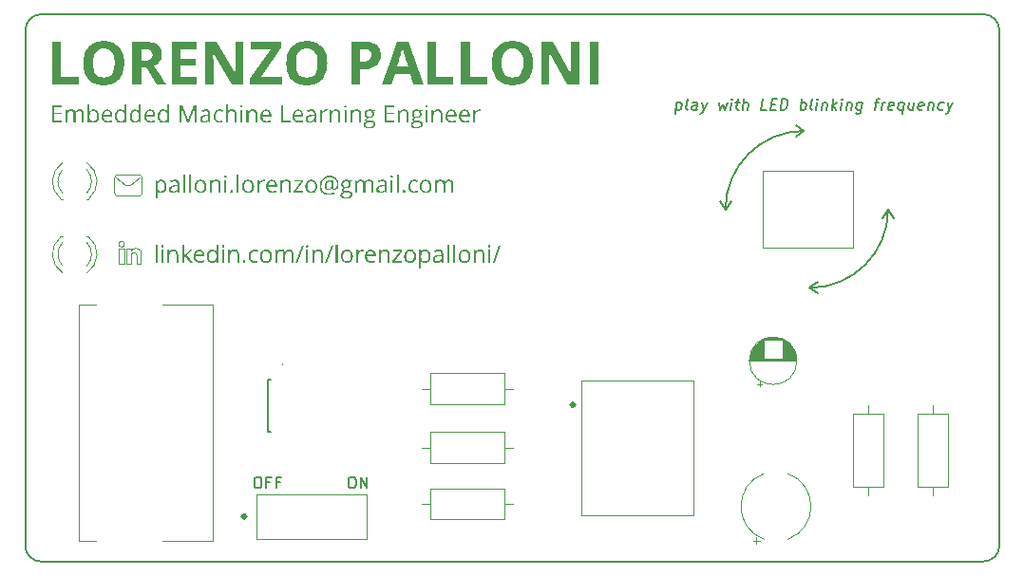
<source format=gbr>
%TF.GenerationSoftware,KiCad,Pcbnew,8.0.3*%
%TF.CreationDate,2024-06-29T12:04:23+02:00*%
%TF.ProjectId,naive-business-card,62757369-6e65-4737-935f-636172642e6b,v01*%
%TF.SameCoordinates,PX6590fa0PY7bfa480*%
%TF.FileFunction,Legend,Top*%
%TF.FilePolarity,Positive*%
%FSLAX46Y46*%
G04 Gerber Fmt 4.6, Leading zero omitted, Abs format (unit mm)*
G04 Created by KiCad (PCBNEW 8.0.3) date 2024-06-29 12:04:23*
%MOMM*%
%LPD*%
G01*
G04 APERTURE LIST*
%ADD10C,0.150000*%
%ADD11C,0.063500*%
%ADD12C,0.101600*%
%ADD13C,0.238125*%
%ADD14C,0.190500*%
%ADD15C,0.762000*%
%ADD16C,0.300000*%
%ADD17C,0.100000*%
%ADD18C,0.120000*%
%ADD19C,0.200000*%
G04 APERTURE END LIST*
D10*
X22227255Y9130181D02*
X22417731Y9130181D01*
X22417731Y9130181D02*
X22512969Y9082562D01*
X22512969Y9082562D02*
X22608207Y8987324D01*
X22608207Y8987324D02*
X22655826Y8796848D01*
X22655826Y8796848D02*
X22655826Y8463515D01*
X22655826Y8463515D02*
X22608207Y8273039D01*
X22608207Y8273039D02*
X22512969Y8177800D01*
X22512969Y8177800D02*
X22417731Y8130181D01*
X22417731Y8130181D02*
X22227255Y8130181D01*
X22227255Y8130181D02*
X22132017Y8177800D01*
X22132017Y8177800D02*
X22036779Y8273039D01*
X22036779Y8273039D02*
X21989160Y8463515D01*
X21989160Y8463515D02*
X21989160Y8796848D01*
X21989160Y8796848D02*
X22036779Y8987324D01*
X22036779Y8987324D02*
X22132017Y9082562D01*
X22132017Y9082562D02*
X22227255Y9130181D01*
X23417731Y8653991D02*
X23084398Y8653991D01*
X23084398Y8130181D02*
X23084398Y9130181D01*
X23084398Y9130181D02*
X23560588Y9130181D01*
X24274874Y8653991D02*
X23941541Y8653991D01*
X23941541Y8130181D02*
X23941541Y9130181D01*
X23941541Y9130181D02*
X24417731Y9130181D01*
X30627255Y9130181D02*
X30817731Y9130181D01*
X30817731Y9130181D02*
X30912969Y9082562D01*
X30912969Y9082562D02*
X31008207Y8987324D01*
X31008207Y8987324D02*
X31055826Y8796848D01*
X31055826Y8796848D02*
X31055826Y8463515D01*
X31055826Y8463515D02*
X31008207Y8273039D01*
X31008207Y8273039D02*
X30912969Y8177800D01*
X30912969Y8177800D02*
X30817731Y8130181D01*
X30817731Y8130181D02*
X30627255Y8130181D01*
X30627255Y8130181D02*
X30532017Y8177800D01*
X30532017Y8177800D02*
X30436779Y8273039D01*
X30436779Y8273039D02*
X30389160Y8463515D01*
X30389160Y8463515D02*
X30389160Y8796848D01*
X30389160Y8796848D02*
X30436779Y8987324D01*
X30436779Y8987324D02*
X30532017Y9082562D01*
X30532017Y9082562D02*
X30627255Y9130181D01*
X31484398Y8130181D02*
X31484398Y9130181D01*
X31484398Y9130181D02*
X32055826Y8130181D01*
X32055826Y8130181D02*
X32055826Y9130181D01*
D11*
X11900000Y29022100D02*
X11900000Y28177900D01*
X11000000Y28177900D02*
X10600000Y28177900D01*
X10144200Y29685800D02*
X10071570Y29696866D01*
X10007651Y29727835D01*
X9955753Y29775365D01*
X9919185Y29836115D01*
X9901260Y29906741D01*
X9900000Y29931900D01*
X11263400Y29176900D02*
X11190955Y29168863D01*
X11129061Y29145295D01*
X11069712Y29097663D01*
X11033520Y29042804D01*
X11010142Y28975029D01*
X11001142Y28912059D01*
X11000000Y28877800D01*
X10144200Y30177900D02*
X10216783Y30166836D01*
X10280673Y30135871D01*
X10332555Y30088354D01*
X10369115Y30027629D01*
X10387039Y29957042D01*
X10388300Y29931900D01*
D10*
X1600000Y49000000D02*
G75*
G02*
X3000000Y50400000I1400000J0D01*
G01*
D12*
X9618105Y34311439D02*
X9560298Y34397952D01*
X9540000Y34500000D01*
D10*
X78500000Y33000000D02*
X79000000Y32250000D01*
D11*
X11000000Y29331700D02*
X11037738Y29382772D01*
X11086002Y29431492D01*
X11139387Y29472403D01*
X11206308Y29509444D01*
X11287137Y29537453D01*
X11357110Y29549428D01*
X11408300Y29551900D01*
D12*
X11861895Y34311439D02*
X11775382Y34253633D01*
X11673333Y34233334D01*
D10*
X2989949Y1589949D02*
X87010051Y1589949D01*
D12*
X9540000Y35833334D02*
X9560298Y35935383D01*
X9618105Y36021895D01*
X10980000Y35213334D02*
X11806667Y35833334D01*
D11*
X11000000Y29477900D02*
X11000000Y29331700D01*
X10600000Y28177900D02*
X10600000Y29477900D01*
X9900000Y29477900D02*
X9900000Y28177900D01*
D10*
X1600000Y49000000D02*
X1589949Y2989949D01*
D12*
X9540000Y34500000D02*
X9540000Y35833334D01*
X10500000Y35213334D02*
X10599874Y35158647D01*
X10708359Y35134584D01*
X10818758Y35141147D01*
X10924373Y35178334D01*
X10980000Y35213334D01*
X9618105Y36021895D02*
X9704617Y36079702D01*
X9806667Y36100000D01*
D10*
X71000000Y40000000D02*
X70250000Y39500000D01*
X88410051Y2989949D02*
G75*
G02*
X87010051Y1589949I-1400151J151D01*
G01*
D11*
X11500000Y28877800D02*
X11496063Y28945777D01*
X11480289Y29019159D01*
X11452829Y29079190D01*
X11405014Y29132888D01*
X11341640Y29165751D01*
X11277443Y29176587D01*
X11263400Y29176900D01*
D10*
X71500000Y26000000D02*
X72250000Y26500000D01*
D12*
X9806667Y36100000D02*
X11673333Y36100000D01*
D11*
X11900000Y28177900D02*
X11500000Y28177900D01*
X9900000Y28177900D02*
X10400000Y28177900D01*
D10*
X71000000Y40000000D02*
X70250000Y40500000D01*
D12*
X11940000Y35833334D02*
X11940000Y34500000D01*
D11*
X10400000Y29477900D02*
X9900000Y29477900D01*
D12*
X9673333Y35833327D02*
X10500000Y35213334D01*
X11673333Y34233334D02*
X9806667Y34233334D01*
D10*
X64000000Y33000000D02*
X63500000Y33750000D01*
D12*
X11861895Y36021895D02*
X11919701Y35935383D01*
X11940000Y35833334D01*
D10*
X2989949Y1589949D02*
G75*
G02*
X1589949Y2989949I51J1400051D01*
G01*
D11*
X10600000Y29477900D02*
X11000000Y29477900D01*
D10*
X88410051Y49010051D02*
X88410051Y2989949D01*
D12*
X11940000Y34500000D02*
X11919701Y34397952D01*
X11861895Y34311439D01*
D10*
X87010051Y50410051D02*
G75*
G02*
X88410051Y49010051I-51J-1400051D01*
G01*
X64000000Y33000000D02*
X64500000Y33750000D01*
D11*
X10400000Y28177900D02*
X10400000Y29477900D01*
D12*
X11673333Y36100000D02*
X11775382Y36079702D01*
X11861895Y36021895D01*
D10*
X64000000Y33000000D02*
G75*
G02*
X71000000Y40000000I7000000J0D01*
G01*
D11*
X11500000Y28177900D02*
X11500000Y28877800D01*
X11000000Y28877800D02*
X11000000Y28177900D01*
D10*
X71500000Y26000000D02*
X72250000Y25500000D01*
D11*
X10388300Y29931900D02*
X10377361Y29858724D01*
X10346652Y29794311D01*
X10299497Y29742003D01*
X10239223Y29705143D01*
X10169156Y29687071D01*
X10144200Y29685800D01*
D10*
X78500000Y33000000D02*
X78000000Y32250000D01*
D12*
X9806667Y34233334D02*
X9704617Y34253633D01*
X9618105Y34311439D01*
D10*
X3000000Y50400000D02*
X87010051Y50410051D01*
X78500000Y33000000D02*
G75*
G02*
X71500000Y26000000I-7000000J0D01*
G01*
D11*
X9900000Y29931900D02*
X9910976Y30005030D01*
X9941697Y30069414D01*
X9988852Y30121706D01*
X10049132Y30158560D01*
X10119226Y30176630D01*
X10144200Y30177900D01*
X11408300Y29551900D02*
X11485800Y29547340D01*
X11558728Y29533617D01*
X11626415Y29510675D01*
X11688198Y29478452D01*
X11743409Y29436890D01*
X11791382Y29385930D01*
X11831453Y29325511D01*
X11862954Y29255575D01*
X11885220Y29176063D01*
X11897586Y29086915D01*
X11900000Y29022100D01*
D13*
G36*
X4863822Y40759080D02*
G01*
X4010307Y40759080D01*
X4010307Y42283719D01*
X4863822Y42283719D01*
X4863822Y42125523D01*
X4188231Y42125523D01*
X4188231Y41640512D01*
X4822877Y41640512D01*
X4822877Y41483432D01*
X4188231Y41483432D01*
X4188231Y40918393D01*
X4863822Y40918393D01*
X4863822Y40759080D01*
G37*
G36*
X6633385Y40759080D02*
G01*
X6633385Y41504649D01*
X6627641Y41583573D01*
X6605587Y41660624D01*
X6574573Y41710118D01*
X6510970Y41756937D01*
X6436606Y41776200D01*
X6392554Y41778608D01*
X6316713Y41772792D01*
X6244072Y41752345D01*
X6179107Y41712360D01*
X6152841Y41685551D01*
X6112012Y41617576D01*
X6088195Y41539616D01*
X6077308Y41456970D01*
X6075418Y41398937D01*
X6075418Y40759080D01*
X5901588Y40759080D01*
X5901588Y41504649D01*
X5895845Y41583573D01*
X5873790Y41660624D01*
X5842776Y41710118D01*
X5778960Y41756937D01*
X5704073Y41776200D01*
X5659641Y41778608D01*
X5583567Y41772489D01*
X5510999Y41750979D01*
X5446528Y41708915D01*
X5420672Y41680712D01*
X5383965Y41615933D01*
X5361423Y41541691D01*
X5349484Y41463867D01*
X5345034Y41387606D01*
X5344738Y41360226D01*
X5344738Y40759080D01*
X5170908Y40759080D01*
X5170908Y41902559D01*
X5312354Y41902559D01*
X5340643Y41759624D01*
X5348832Y41759624D01*
X5395629Y41817725D01*
X5455572Y41864399D01*
X5487673Y41882087D01*
X5557936Y41909079D01*
X5634167Y41923613D01*
X5688303Y41926382D01*
X5767751Y41921901D01*
X5851118Y41904698D01*
X5921425Y41874591D01*
X5986944Y41823159D01*
X6034687Y41754164D01*
X6040056Y41742874D01*
X6048245Y41742874D01*
X6097537Y41805932D01*
X6156451Y41853670D01*
X6196763Y41876875D01*
X6267021Y41905061D01*
X6343701Y41921547D01*
X6418982Y41926382D01*
X6499468Y41921590D01*
X6579979Y41904381D01*
X6648254Y41874655D01*
X6710435Y41826253D01*
X6757218Y41760659D01*
X6785949Y41686435D01*
X6801165Y41609198D01*
X6806836Y41533866D01*
X6807214Y41506883D01*
X6807214Y40759080D01*
X6633385Y40759080D01*
G37*
G36*
X7329447Y41989288D02*
G01*
X7328611Y41910015D01*
X7325760Y41828861D01*
X7320886Y41754041D01*
X7329447Y41754041D01*
X7379074Y41812610D01*
X7447392Y41865625D01*
X7514881Y41897939D01*
X7590615Y41918135D01*
X7674592Y41926213D01*
X7689390Y41926382D01*
X7770698Y41920938D01*
X7844887Y41904606D01*
X7922444Y41871792D01*
X7990312Y41824159D01*
X8040771Y41771535D01*
X8083275Y41708940D01*
X8116985Y41637290D01*
X8141901Y41556584D01*
X8155946Y41482411D01*
X8163885Y41401950D01*
X8165839Y41333053D01*
X8162759Y41247507D01*
X8153517Y41168140D01*
X8138113Y41094952D01*
X8111496Y41015284D01*
X8076007Y40944515D01*
X8039655Y40892337D01*
X7979765Y40831132D01*
X7910505Y40784959D01*
X7831877Y40753819D01*
X7757025Y40739093D01*
X7689390Y40735258D01*
X7614650Y40740140D01*
X7538332Y40756603D01*
X7484666Y40776575D01*
X7419567Y40814071D01*
X7362738Y40864025D01*
X7329447Y40904249D01*
X7316792Y40904249D01*
X7280314Y40759080D01*
X7155618Y40759080D01*
X7155618Y41333053D01*
X7329447Y41333053D01*
X7332274Y41246772D01*
X7340754Y41170227D01*
X7357792Y41093230D01*
X7386686Y41021461D01*
X7409848Y40985394D01*
X7469819Y40930236D01*
X7540016Y40898061D01*
X7615316Y40883352D01*
X7668545Y40880798D01*
X7743479Y40888127D01*
X7815600Y40913890D01*
X7880608Y40964271D01*
X7907142Y40998050D01*
X7945108Y41072100D01*
X7968425Y41151518D01*
X7980773Y41231505D01*
X7985375Y41307862D01*
X7985682Y41334914D01*
X7982921Y41415319D01*
X7972720Y41498904D01*
X7955002Y41571481D01*
X7925550Y41640948D01*
X7907142Y41670290D01*
X7849694Y41728588D01*
X7775525Y41765295D01*
X7694477Y41779870D01*
X7664451Y41780841D01*
X7581700Y41774420D01*
X7503455Y41751847D01*
X7434957Y41707703D01*
X7407987Y41678107D01*
X7370021Y41609428D01*
X7346705Y41529742D01*
X7334356Y41445628D01*
X7329754Y41362841D01*
X7329447Y41333053D01*
X7155618Y41333053D01*
X7155618Y42379008D01*
X7329447Y42379008D01*
X7329447Y41989288D01*
G37*
G36*
X8980254Y41921461D02*
G01*
X9062958Y41903283D01*
X9137006Y41871711D01*
X9202398Y41826744D01*
X9243806Y41786425D01*
X9292829Y41720901D01*
X9329811Y41646792D01*
X9354752Y41564098D01*
X9366547Y41486384D01*
X9369619Y41416804D01*
X9369619Y41308486D01*
X8579010Y41308486D01*
X8585672Y41222716D01*
X8601097Y41146492D01*
X8629456Y41071070D01*
X8669261Y41008117D01*
X8681000Y40994327D01*
X8741710Y40942507D01*
X8814962Y40907645D01*
X8890606Y40890895D01*
X8953842Y40887126D01*
X9034600Y40890831D01*
X9115001Y40901946D01*
X9195047Y40920470D01*
X9274736Y40946403D01*
X9320113Y40964549D01*
X9320113Y40809703D01*
X9247009Y40781090D01*
X9171854Y40758658D01*
X9145911Y40752753D01*
X9067448Y40740793D01*
X8989874Y40735873D01*
X8947514Y40735258D01*
X8870577Y40739048D01*
X8785186Y40753599D01*
X8707359Y40779065D01*
X8637095Y40815444D01*
X8574396Y40862737D01*
X8545882Y40890476D01*
X8495915Y40952923D01*
X8456286Y41023850D01*
X8426995Y41103256D01*
X8410483Y41175905D01*
X8401150Y41254444D01*
X8398853Y41321514D01*
X8402188Y41405499D01*
X8407858Y41449932D01*
X8583105Y41449932D01*
X9183133Y41449932D01*
X9178550Y41525448D01*
X9162438Y41599168D01*
X9130930Y41667128D01*
X9109805Y41695601D01*
X9051958Y41744131D01*
X8979245Y41772517D01*
X8900242Y41780841D01*
X8819384Y41772262D01*
X8749432Y41746527D01*
X8685080Y41698400D01*
X8679884Y41692996D01*
X8635086Y41631513D01*
X8603519Y41556872D01*
X8586422Y41478443D01*
X8583105Y41449932D01*
X8407858Y41449932D01*
X8412193Y41483905D01*
X8428869Y41556731D01*
X8457685Y41636757D01*
X8496105Y41708747D01*
X8535460Y41762602D01*
X8589985Y41818261D01*
X8651106Y41862405D01*
X8718822Y41895033D01*
X8793133Y41916145D01*
X8874040Y41925742D01*
X8902475Y41926382D01*
X8980254Y41921461D01*
G37*
G36*
X10605409Y40759080D02*
G01*
X10463963Y40759080D01*
X10440885Y40910204D01*
X10431580Y40910204D01*
X10382167Y40850750D01*
X10324379Y40803596D01*
X10258215Y40768744D01*
X10183677Y40746192D01*
X10100764Y40735941D01*
X10071265Y40735258D01*
X9990336Y40740676D01*
X9916448Y40756929D01*
X9839143Y40789585D01*
X9771421Y40836989D01*
X9721000Y40889360D01*
X9678496Y40951728D01*
X9644787Y41023256D01*
X9619871Y41103945D01*
X9605825Y41178183D01*
X9597886Y41258782D01*
X9595995Y41325609D01*
X9776090Y41325609D01*
X9778916Y41246769D01*
X9789359Y41164383D01*
X9810715Y41082877D01*
X9842122Y41014865D01*
X9856490Y40992838D01*
X9907873Y40938679D01*
X9978916Y40899289D01*
X10055410Y40882549D01*
X10093226Y40880798D01*
X10176233Y40886847D01*
X10254932Y40908112D01*
X10324143Y40949697D01*
X10351551Y40977577D01*
X10390237Y41041647D01*
X10413995Y41114417D01*
X10426578Y41190304D01*
X10431502Y41277591D01*
X10431580Y41290992D01*
X10431580Y41327842D01*
X10428727Y41414489D01*
X10420169Y41491296D01*
X10402973Y41568466D01*
X10373811Y41640259D01*
X10350434Y41676246D01*
X10290268Y41731403D01*
X10219956Y41763579D01*
X10144604Y41778288D01*
X10091365Y41780841D01*
X10010994Y41771419D01*
X9941987Y41743153D01*
X9878644Y41689646D01*
X9857235Y41661729D01*
X9821734Y41596054D01*
X9796376Y41518143D01*
X9782508Y41439932D01*
X9776803Y41365437D01*
X9776090Y41325609D01*
X9595995Y41325609D01*
X9595932Y41327842D01*
X9598995Y41413496D01*
X9608182Y41492952D01*
X9623495Y41566210D01*
X9649955Y41645939D01*
X9685235Y41716744D01*
X9721372Y41768930D01*
X9781117Y41830281D01*
X9850267Y41876563D01*
X9928821Y41907776D01*
X10003639Y41922538D01*
X10071265Y41926382D01*
X10155077Y41920414D01*
X10231194Y41902513D01*
X10299617Y41872676D01*
X10369718Y41822783D01*
X10421469Y41767089D01*
X10429346Y41756646D01*
X10443119Y41756646D01*
X10435674Y41838164D01*
X10431580Y41917820D01*
X10431580Y42379008D01*
X10605409Y42379008D01*
X10605409Y40759080D01*
G37*
G36*
X11912667Y40759080D02*
G01*
X11771221Y40759080D01*
X11748143Y40910204D01*
X11738838Y40910204D01*
X11689425Y40850750D01*
X11631637Y40803596D01*
X11565473Y40768744D01*
X11490935Y40746192D01*
X11408022Y40735941D01*
X11378523Y40735258D01*
X11297594Y40740676D01*
X11223706Y40756929D01*
X11146401Y40789585D01*
X11078679Y40836989D01*
X11028258Y40889360D01*
X10985755Y40951728D01*
X10952045Y41023256D01*
X10927129Y41103945D01*
X10913083Y41178183D01*
X10905144Y41258782D01*
X10903253Y41325609D01*
X11083348Y41325609D01*
X11086174Y41246769D01*
X11096617Y41164383D01*
X11117973Y41082877D01*
X11149380Y41014865D01*
X11163748Y40992838D01*
X11215131Y40938679D01*
X11286174Y40899289D01*
X11362668Y40882549D01*
X11400484Y40880798D01*
X11483491Y40886847D01*
X11562190Y40908112D01*
X11631401Y40949697D01*
X11658809Y40977577D01*
X11697495Y41041647D01*
X11721253Y41114417D01*
X11733836Y41190304D01*
X11738760Y41277591D01*
X11738838Y41290992D01*
X11738838Y41327842D01*
X11735985Y41414489D01*
X11727427Y41491296D01*
X11710231Y41568466D01*
X11681069Y41640259D01*
X11657692Y41676246D01*
X11597526Y41731403D01*
X11527214Y41763579D01*
X11451862Y41778288D01*
X11398623Y41780841D01*
X11318252Y41771419D01*
X11249246Y41743153D01*
X11185902Y41689646D01*
X11164493Y41661729D01*
X11128992Y41596054D01*
X11103634Y41518143D01*
X11089766Y41439932D01*
X11084061Y41365437D01*
X11083348Y41325609D01*
X10903253Y41325609D01*
X10903190Y41327842D01*
X10906253Y41413496D01*
X10915440Y41492952D01*
X10930753Y41566210D01*
X10957213Y41645939D01*
X10992493Y41716744D01*
X11028630Y41768930D01*
X11088376Y41830281D01*
X11157525Y41876563D01*
X11236080Y41907776D01*
X11310897Y41922538D01*
X11378523Y41926382D01*
X11462335Y41920414D01*
X11538452Y41902513D01*
X11606875Y41872676D01*
X11676976Y41822783D01*
X11728727Y41767089D01*
X11736604Y41756646D01*
X11750377Y41756646D01*
X11742932Y41838164D01*
X11738838Y41917820D01*
X11738838Y42379008D01*
X11912667Y42379008D01*
X11912667Y40759080D01*
G37*
G36*
X12791849Y41921461D02*
G01*
X12874554Y41903283D01*
X12948602Y41871711D01*
X13013993Y41826744D01*
X13055401Y41786425D01*
X13104424Y41720901D01*
X13141406Y41646792D01*
X13166347Y41564098D01*
X13178142Y41486384D01*
X13181214Y41416804D01*
X13181214Y41308486D01*
X12390606Y41308486D01*
X12397267Y41222716D01*
X12412692Y41146492D01*
X12441051Y41071070D01*
X12480856Y41008117D01*
X12492596Y40994327D01*
X12553305Y40942507D01*
X12626558Y40907645D01*
X12702201Y40890895D01*
X12765437Y40887126D01*
X12846195Y40890831D01*
X12926597Y40901946D01*
X13006642Y40920470D01*
X13086331Y40946403D01*
X13131708Y40964549D01*
X13131708Y40809703D01*
X13058604Y40781090D01*
X12983449Y40758658D01*
X12957506Y40752753D01*
X12879043Y40740793D01*
X12801469Y40735873D01*
X12759109Y40735258D01*
X12682172Y40739048D01*
X12596781Y40753599D01*
X12518954Y40779065D01*
X12448691Y40815444D01*
X12385991Y40862737D01*
X12357478Y40890476D01*
X12307511Y40952923D01*
X12267882Y41023850D01*
X12238591Y41103256D01*
X12222078Y41175905D01*
X12212746Y41254444D01*
X12210448Y41321514D01*
X12213783Y41405499D01*
X12219453Y41449932D01*
X12394700Y41449932D01*
X12994729Y41449932D01*
X12990146Y41525448D01*
X12974033Y41599168D01*
X12942525Y41667128D01*
X12921400Y41695601D01*
X12863553Y41744131D01*
X12790840Y41772517D01*
X12711837Y41780841D01*
X12630979Y41772262D01*
X12561027Y41746527D01*
X12496675Y41698400D01*
X12491479Y41692996D01*
X12446681Y41631513D01*
X12415114Y41556872D01*
X12398017Y41478443D01*
X12394700Y41449932D01*
X12219453Y41449932D01*
X12223789Y41483905D01*
X12240464Y41556731D01*
X12269280Y41636757D01*
X12307701Y41708747D01*
X12347055Y41762602D01*
X12401580Y41818261D01*
X12462701Y41862405D01*
X12530417Y41895033D01*
X12604729Y41916145D01*
X12685636Y41925742D01*
X12714070Y41926382D01*
X12791849Y41921461D01*
G37*
G36*
X14417005Y40759080D02*
G01*
X14275559Y40759080D01*
X14252481Y40910204D01*
X14243175Y40910204D01*
X14193762Y40850750D01*
X14135974Y40803596D01*
X14069811Y40768744D01*
X13995272Y40746192D01*
X13912359Y40735941D01*
X13882860Y40735258D01*
X13801931Y40740676D01*
X13728043Y40756929D01*
X13650738Y40789585D01*
X13583016Y40836989D01*
X13532595Y40889360D01*
X13490092Y40951728D01*
X13456382Y41023256D01*
X13431466Y41103945D01*
X13417420Y41178183D01*
X13409482Y41258782D01*
X13407590Y41325609D01*
X13587685Y41325609D01*
X13590511Y41246769D01*
X13600954Y41164383D01*
X13622311Y41082877D01*
X13653717Y41014865D01*
X13668086Y40992838D01*
X13719468Y40938679D01*
X13790511Y40899289D01*
X13867006Y40882549D01*
X13904821Y40880798D01*
X13987828Y40886847D01*
X14066527Y40908112D01*
X14135738Y40949697D01*
X14163146Y40977577D01*
X14201832Y41041647D01*
X14225591Y41114417D01*
X14238173Y41190304D01*
X14243097Y41277591D01*
X14243175Y41290992D01*
X14243175Y41327842D01*
X14240322Y41414489D01*
X14231764Y41491296D01*
X14214568Y41568466D01*
X14185406Y41640259D01*
X14162030Y41676246D01*
X14101863Y41731403D01*
X14031551Y41763579D01*
X13956199Y41778288D01*
X13902960Y41780841D01*
X13822589Y41771419D01*
X13753583Y41743153D01*
X13690239Y41689646D01*
X13668830Y41661729D01*
X13633329Y41596054D01*
X13607971Y41518143D01*
X13594103Y41439932D01*
X13588398Y41365437D01*
X13587685Y41325609D01*
X13407590Y41325609D01*
X13407527Y41327842D01*
X13410590Y41413496D01*
X13419777Y41492952D01*
X13435090Y41566210D01*
X13461550Y41645939D01*
X13496830Y41716744D01*
X13532968Y41768930D01*
X13592713Y41830281D01*
X13661862Y41876563D01*
X13740417Y41907776D01*
X13815234Y41922538D01*
X13882860Y41926382D01*
X13966672Y41920414D01*
X14042789Y41902513D01*
X14111212Y41872676D01*
X14181313Y41822783D01*
X14233064Y41767089D01*
X14240942Y41756646D01*
X14254714Y41756646D01*
X14247269Y41838164D01*
X14243175Y41917820D01*
X14243175Y42379008D01*
X14417005Y42379008D01*
X14417005Y40759080D01*
G37*
G36*
X16036188Y40759080D02*
G01*
X15516933Y42110633D01*
X15508744Y42110633D01*
X15515095Y42026627D01*
X15519163Y41946899D01*
X15521843Y41861366D01*
X15523034Y41783429D01*
X15523260Y41729102D01*
X15523260Y40759080D01*
X15358737Y40759080D01*
X15358737Y42283719D01*
X15626739Y42283719D01*
X16111378Y41025967D01*
X16119939Y41025967D01*
X16608672Y42283719D01*
X16874813Y42283719D01*
X16874813Y40759080D01*
X16696889Y40759080D01*
X16696889Y41741385D01*
X16697584Y41816708D01*
X16699668Y41894809D01*
X16703141Y41975689D01*
X16708004Y42059348D01*
X16711406Y42108400D01*
X16703217Y42108400D01*
X16179867Y40759080D01*
X16036188Y40759080D01*
G37*
G36*
X17773898Y41922018D02*
G01*
X17848398Y41908926D01*
X17921110Y41883277D01*
X17987061Y41840797D01*
X17993353Y41835186D01*
X18041215Y41775203D01*
X18073413Y41697848D01*
X18088884Y41614504D01*
X18092365Y41542989D01*
X18092365Y40759080D01*
X17963575Y40759080D01*
X17928958Y40923232D01*
X17920769Y40923232D01*
X17867065Y40861313D01*
X17808075Y40809241D01*
X17749173Y40773970D01*
X17672912Y40748905D01*
X17597444Y40737677D01*
X17536259Y40735258D01*
X17455463Y40740795D01*
X17375635Y40760260D01*
X17307525Y40793741D01*
X17268629Y40823848D01*
X17217593Y40886559D01*
X17187822Y40955556D01*
X17173362Y41036447D01*
X17171935Y41073984D01*
X17354241Y41073984D01*
X17365141Y40999043D01*
X17404295Y40934857D01*
X17411191Y40928443D01*
X17479774Y40891035D01*
X17558257Y40878760D01*
X17570876Y40878565D01*
X17647671Y40884195D01*
X17723665Y40903988D01*
X17795188Y40942693D01*
X17825851Y40968644D01*
X17874728Y41032191D01*
X17903239Y41101381D01*
X17917087Y41181935D01*
X17918535Y41221385D01*
X17918535Y41326353D01*
X17744706Y41318909D01*
X17659538Y41313229D01*
X17585450Y41302705D01*
X17506472Y41282055D01*
X17445808Y41253397D01*
X17390009Y41201122D01*
X17359964Y41130841D01*
X17354241Y41073984D01*
X17171935Y41073984D01*
X17171850Y41076217D01*
X17180539Y41158659D01*
X17206606Y41230668D01*
X17250052Y41292242D01*
X17310876Y41343382D01*
X17389079Y41384089D01*
X17484659Y41414361D01*
X17567749Y41430218D01*
X17660615Y41440206D01*
X17727956Y41443604D01*
X17922630Y41449932D01*
X17922630Y41520655D01*
X17916959Y41597768D01*
X17895184Y41672167D01*
X17864563Y41719052D01*
X17800431Y41762817D01*
X17724252Y41780824D01*
X17678822Y41783074D01*
X17595028Y41776126D01*
X17515552Y41758282D01*
X17442156Y41733661D01*
X17365161Y41700634D01*
X17353868Y41695229D01*
X17300640Y41828114D01*
X17372237Y41862057D01*
X17443015Y41887610D01*
X17486381Y41899953D01*
X17562367Y41916058D01*
X17638459Y41924730D01*
X17689244Y41926382D01*
X17773898Y41922018D01*
G37*
G36*
X18903073Y40735258D02*
G01*
X18827892Y40739002D01*
X18744944Y40753379D01*
X18669926Y40778539D01*
X18602838Y40814483D01*
X18543680Y40861209D01*
X18517075Y40888615D01*
X18470650Y40950739D01*
X18433830Y41021814D01*
X18406615Y41101840D01*
X18391274Y41175365D01*
X18382603Y41255107D01*
X18380468Y41323375D01*
X18383849Y41410316D01*
X18393990Y41490841D01*
X18410893Y41564950D01*
X18440101Y41645412D01*
X18479045Y41716635D01*
X18518936Y41768930D01*
X18575150Y41822439D01*
X18639660Y41864877D01*
X18712466Y41896244D01*
X18793569Y41916541D01*
X18882969Y41925767D01*
X18914612Y41926382D01*
X18992082Y41922456D01*
X19069552Y41910678D01*
X19079881Y41908515D01*
X19153675Y41889159D01*
X19209788Y41866825D01*
X19156559Y41719424D01*
X19084372Y41743942D01*
X19030747Y41757391D01*
X18955500Y41770133D01*
X18910518Y41772652D01*
X18828512Y41765667D01*
X18741380Y41737290D01*
X18671334Y41687085D01*
X18618371Y41615052D01*
X18588303Y41541709D01*
X18569168Y41454396D01*
X18561992Y41379743D01*
X18560625Y41325609D01*
X18563622Y41249640D01*
X18574693Y41169742D01*
X18597335Y41089946D01*
X18630632Y41022433D01*
X18645865Y41000283D01*
X18700500Y40945583D01*
X18768089Y40908785D01*
X18848634Y40889889D01*
X18898979Y40887126D01*
X18980178Y40892014D01*
X19062555Y40906677D01*
X19136767Y40927917D01*
X19193038Y40948916D01*
X19193038Y40794814D01*
X19123600Y40766025D01*
X19044681Y40746657D01*
X18966571Y40737352D01*
X18903073Y40735258D01*
G37*
G36*
X20244949Y40759080D02*
G01*
X20244949Y41502044D01*
X20238696Y41582807D01*
X20217376Y41655608D01*
X20180926Y41711607D01*
X20117230Y41756433D01*
X20044621Y41776514D01*
X19981040Y41780841D01*
X19906562Y41776121D01*
X19832873Y41759167D01*
X19764544Y41725356D01*
X19716760Y41682201D01*
X19676635Y41616944D01*
X19651992Y41542179D01*
X19638941Y41463821D01*
X19634078Y41387045D01*
X19633753Y41359481D01*
X19633753Y40759080D01*
X19459924Y40759080D01*
X19459924Y42379008D01*
X19633753Y42379008D01*
X19633753Y41893626D01*
X19631872Y41817895D01*
X19625192Y41748085D01*
X19635614Y41748085D01*
X19684476Y41809692D01*
X19747591Y41859627D01*
X19781527Y41878737D01*
X19856432Y41907770D01*
X19931624Y41922613D01*
X19997790Y41926382D01*
X20073079Y41922861D01*
X20151521Y41909856D01*
X20228781Y41883260D01*
X20292828Y41844147D01*
X20313438Y41826253D01*
X20364359Y41760626D01*
X20395632Y41686669D01*
X20412194Y41609896D01*
X20418367Y41535131D01*
X20418778Y41508372D01*
X20418778Y40759080D01*
X20244949Y40759080D01*
G37*
G36*
X20942500Y40759080D02*
G01*
X20768671Y40759080D01*
X20768671Y41902559D01*
X20942500Y41902559D01*
X20942500Y40759080D01*
G37*
G36*
X20754154Y42209273D02*
G01*
X20771875Y42283146D01*
X20783187Y42296747D01*
X20853785Y42324636D01*
X20856516Y42324663D01*
X20926832Y42298115D01*
X20928728Y42296374D01*
X20958505Y42226907D01*
X20959250Y42209273D01*
X20940621Y42135910D01*
X20928728Y42121800D01*
X20859133Y42093167D01*
X20856516Y42093139D01*
X20785040Y42120037D01*
X20783187Y42121800D01*
X20754863Y42191729D01*
X20754154Y42209273D01*
G37*
G36*
X22092679Y40759080D02*
G01*
X22092679Y41500555D01*
X22086427Y41581085D01*
X22065107Y41653630D01*
X22028656Y41709374D01*
X21964961Y41754200D01*
X21892351Y41774281D01*
X21828771Y41778608D01*
X21744880Y41772513D01*
X21664852Y41751084D01*
X21600017Y41714227D01*
X21565235Y41681085D01*
X21524749Y41616426D01*
X21499886Y41542144D01*
X21486718Y41464170D01*
X21481811Y41387695D01*
X21481484Y41360226D01*
X21481484Y40759080D01*
X21307654Y40759080D01*
X21307654Y41902559D01*
X21449100Y41902559D01*
X21477389Y41748457D01*
X21485578Y41748457D01*
X21536132Y41811085D01*
X21595229Y41857663D01*
X21635213Y41879853D01*
X21710606Y41908206D01*
X21785143Y41922701D01*
X21849987Y41926382D01*
X21935778Y41921590D01*
X22011737Y41907216D01*
X22086508Y41879055D01*
X22155275Y41832413D01*
X22161913Y41826253D01*
X22212474Y41760659D01*
X22243526Y41686435D01*
X22259971Y41609198D01*
X22266100Y41533866D01*
X22266509Y41506883D01*
X22266509Y40759080D01*
X22092679Y40759080D01*
G37*
G36*
X23133779Y41921461D02*
G01*
X23216484Y41903283D01*
X23290532Y41871711D01*
X23355923Y41826744D01*
X23397331Y41786425D01*
X23446354Y41720901D01*
X23483336Y41646792D01*
X23508277Y41564098D01*
X23520072Y41486384D01*
X23523144Y41416804D01*
X23523144Y41308486D01*
X22732536Y41308486D01*
X22739197Y41222716D01*
X22754622Y41146492D01*
X22782981Y41071070D01*
X22822786Y41008117D01*
X22834526Y40994327D01*
X22895235Y40942507D01*
X22968488Y40907645D01*
X23044131Y40890895D01*
X23107367Y40887126D01*
X23188125Y40890831D01*
X23268527Y40901946D01*
X23348572Y40920470D01*
X23428261Y40946403D01*
X23473638Y40964549D01*
X23473638Y40809703D01*
X23400534Y40781090D01*
X23325379Y40758658D01*
X23299436Y40752753D01*
X23220973Y40740793D01*
X23143399Y40735873D01*
X23101039Y40735258D01*
X23024102Y40739048D01*
X22938711Y40753599D01*
X22860884Y40779065D01*
X22790621Y40815444D01*
X22727921Y40862737D01*
X22699407Y40890476D01*
X22649440Y40952923D01*
X22609811Y41023850D01*
X22580520Y41103256D01*
X22564008Y41175905D01*
X22554675Y41254444D01*
X22552378Y41321514D01*
X22555713Y41405499D01*
X22561383Y41449932D01*
X22736630Y41449932D01*
X23336659Y41449932D01*
X23332076Y41525448D01*
X23315963Y41599168D01*
X23284455Y41667128D01*
X23263330Y41695601D01*
X23205483Y41744131D01*
X23132770Y41772517D01*
X23053767Y41780841D01*
X22972909Y41772262D01*
X22902957Y41746527D01*
X22838605Y41698400D01*
X22833409Y41692996D01*
X22788611Y41631513D01*
X22757044Y41556872D01*
X22739947Y41478443D01*
X22736630Y41449932D01*
X22561383Y41449932D01*
X22565719Y41483905D01*
X22582394Y41556731D01*
X22611210Y41636757D01*
X22649631Y41708747D01*
X22688985Y41762602D01*
X22743510Y41818261D01*
X22804631Y41862405D01*
X22872347Y41895033D01*
X22946659Y41916145D01*
X23027565Y41925742D01*
X23056000Y41926382D01*
X23133779Y41921461D01*
G37*
G36*
X24393408Y40759080D02*
G01*
X24393408Y42283719D01*
X24571333Y42283719D01*
X24571333Y40920254D01*
X25246923Y40920254D01*
X25246923Y40759080D01*
X24393408Y40759080D01*
G37*
G36*
X25990987Y41921461D02*
G01*
X26073691Y41903283D01*
X26147739Y41871711D01*
X26213131Y41826744D01*
X26254539Y41786425D01*
X26303562Y41720901D01*
X26340544Y41646792D01*
X26365485Y41564098D01*
X26377280Y41486384D01*
X26380351Y41416804D01*
X26380351Y41308486D01*
X25589743Y41308486D01*
X25596405Y41222716D01*
X25611829Y41146492D01*
X25640188Y41071070D01*
X25679993Y41008117D01*
X25691733Y40994327D01*
X25752443Y40942507D01*
X25825695Y40907645D01*
X25901339Y40890895D01*
X25964575Y40887126D01*
X26045333Y40890831D01*
X26125734Y40901946D01*
X26205779Y40920470D01*
X26285469Y40946403D01*
X26330845Y40964549D01*
X26330845Y40809703D01*
X26257741Y40781090D01*
X26182587Y40758658D01*
X26156643Y40752753D01*
X26078181Y40740793D01*
X26000607Y40735873D01*
X25958247Y40735258D01*
X25881310Y40739048D01*
X25795919Y40753599D01*
X25718092Y40779065D01*
X25647828Y40815444D01*
X25585128Y40862737D01*
X25556615Y40890476D01*
X25506648Y40952923D01*
X25467019Y41023850D01*
X25437728Y41103256D01*
X25421216Y41175905D01*
X25411883Y41254444D01*
X25409586Y41321514D01*
X25412921Y41405499D01*
X25418591Y41449932D01*
X25593838Y41449932D01*
X26193866Y41449932D01*
X26189283Y41525448D01*
X26173171Y41599168D01*
X26141662Y41667128D01*
X26120538Y41695601D01*
X26062691Y41744131D01*
X25989978Y41772517D01*
X25910974Y41780841D01*
X25830117Y41772262D01*
X25760165Y41746527D01*
X25695812Y41698400D01*
X25690616Y41692996D01*
X25645818Y41631513D01*
X25614252Y41556872D01*
X25597155Y41478443D01*
X25593838Y41449932D01*
X25418591Y41449932D01*
X25422926Y41483905D01*
X25439602Y41556731D01*
X25468417Y41636757D01*
X25506838Y41708747D01*
X25546193Y41762602D01*
X25600718Y41818261D01*
X25661839Y41862405D01*
X25729555Y41895033D01*
X25803866Y41916145D01*
X25884773Y41925742D01*
X25913208Y41926382D01*
X25990987Y41921461D01*
G37*
G36*
X27186751Y41922018D02*
G01*
X27261252Y41908926D01*
X27333964Y41883277D01*
X27399915Y41840797D01*
X27406206Y41835186D01*
X27454069Y41775203D01*
X27486267Y41697848D01*
X27501738Y41614504D01*
X27505219Y41542989D01*
X27505219Y40759080D01*
X27376428Y40759080D01*
X27341811Y40923232D01*
X27333622Y40923232D01*
X27279919Y40861313D01*
X27220928Y40809241D01*
X27162026Y40773970D01*
X27085766Y40748905D01*
X27010297Y40737677D01*
X26949113Y40735258D01*
X26868317Y40740795D01*
X26788488Y40760260D01*
X26720378Y40793741D01*
X26681482Y40823848D01*
X26630447Y40886559D01*
X26600676Y40955556D01*
X26586216Y41036447D01*
X26584788Y41073984D01*
X26767094Y41073984D01*
X26777995Y40999043D01*
X26817148Y40934857D01*
X26824045Y40928443D01*
X26892628Y40891035D01*
X26971111Y40878760D01*
X26983730Y40878565D01*
X27060525Y40884195D01*
X27136519Y40903988D01*
X27208042Y40942693D01*
X27238705Y40968644D01*
X27287581Y41032191D01*
X27316093Y41101381D01*
X27329941Y41181935D01*
X27331389Y41221385D01*
X27331389Y41326353D01*
X27157559Y41318909D01*
X27072392Y41313229D01*
X26998303Y41302705D01*
X26919326Y41282055D01*
X26858662Y41253397D01*
X26802863Y41201122D01*
X26772817Y41130841D01*
X26767094Y41073984D01*
X26584788Y41073984D01*
X26584703Y41076217D01*
X26593393Y41158659D01*
X26619460Y41230668D01*
X26662906Y41292242D01*
X26723730Y41343382D01*
X26801932Y41384089D01*
X26897513Y41414361D01*
X26980603Y41430218D01*
X27073468Y41440206D01*
X27140809Y41443604D01*
X27335484Y41449932D01*
X27335484Y41520655D01*
X27329813Y41597768D01*
X27308038Y41672167D01*
X27277416Y41719052D01*
X27213284Y41762817D01*
X27137106Y41780824D01*
X27091675Y41783074D01*
X27007882Y41776126D01*
X26928406Y41758282D01*
X26855009Y41733661D01*
X26778015Y41700634D01*
X26766722Y41695229D01*
X26713494Y41828114D01*
X26785090Y41862057D01*
X26855868Y41887610D01*
X26899235Y41899953D01*
X26975221Y41916058D01*
X27051312Y41924730D01*
X27102098Y41926382D01*
X27186751Y41922018D01*
G37*
G36*
X28381067Y41926382D02*
G01*
X28457730Y41922810D01*
X28518046Y41913726D01*
X28493851Y41752552D01*
X28419169Y41765193D01*
X28368411Y41768185D01*
X28293284Y41759235D01*
X28217268Y41728293D01*
X28155567Y41681550D01*
X28130186Y41655029D01*
X28082324Y41587200D01*
X28050126Y41510598D01*
X28034655Y41435141D01*
X28031174Y41373998D01*
X28031174Y40759080D01*
X27857345Y40759080D01*
X27857345Y41902559D01*
X28001024Y41902559D01*
X28020752Y41692996D01*
X28029313Y41692996D01*
X28071675Y41758004D01*
X28124236Y41817926D01*
X28183042Y41865709D01*
X28253114Y41902681D01*
X28328211Y41922589D01*
X28381067Y41926382D01*
G37*
G36*
X29513378Y40759080D02*
G01*
X29513378Y41500555D01*
X29507126Y41581085D01*
X29485806Y41653630D01*
X29449356Y41709374D01*
X29385660Y41754200D01*
X29313051Y41774281D01*
X29249470Y41778608D01*
X29165580Y41772513D01*
X29085552Y41751084D01*
X29020717Y41714227D01*
X28985934Y41681085D01*
X28945449Y41616426D01*
X28920585Y41542144D01*
X28907418Y41464170D01*
X28902510Y41387695D01*
X28902183Y41360226D01*
X28902183Y40759080D01*
X28728354Y40759080D01*
X28728354Y41902559D01*
X28869800Y41902559D01*
X28898089Y41748457D01*
X28906278Y41748457D01*
X28956831Y41811085D01*
X29015928Y41857663D01*
X29055913Y41879853D01*
X29131306Y41908206D01*
X29205842Y41922701D01*
X29270687Y41926382D01*
X29356478Y41921590D01*
X29432437Y41907216D01*
X29507208Y41879055D01*
X29575975Y41832413D01*
X29582612Y41826253D01*
X29633174Y41760659D01*
X29664226Y41686435D01*
X29680671Y41609198D01*
X29686799Y41533866D01*
X29687208Y41506883D01*
X29687208Y40759080D01*
X29513378Y40759080D01*
G37*
G36*
X30210930Y40759080D02*
G01*
X30037101Y40759080D01*
X30037101Y41902559D01*
X30210930Y41902559D01*
X30210930Y40759080D01*
G37*
G36*
X30022584Y42209273D02*
G01*
X30040304Y42283146D01*
X30051617Y42296747D01*
X30122215Y42324636D01*
X30124946Y42324663D01*
X30195262Y42298115D01*
X30197158Y42296374D01*
X30226935Y42226907D01*
X30227680Y42209273D01*
X30209051Y42135910D01*
X30197158Y42121800D01*
X30127563Y42093167D01*
X30124946Y42093139D01*
X30053469Y42120037D01*
X30051617Y42121800D01*
X30023293Y42191729D01*
X30022584Y42209273D01*
G37*
G36*
X31361109Y40759080D02*
G01*
X31361109Y41500555D01*
X31354857Y41581085D01*
X31333536Y41653630D01*
X31297086Y41709374D01*
X31233391Y41754200D01*
X31160781Y41774281D01*
X31097200Y41778608D01*
X31013310Y41772513D01*
X30933282Y41751084D01*
X30868447Y41714227D01*
X30833664Y41681085D01*
X30793179Y41616426D01*
X30768316Y41542144D01*
X30755148Y41464170D01*
X30750241Y41387695D01*
X30749914Y41360226D01*
X30749914Y40759080D01*
X30576084Y40759080D01*
X30576084Y41902559D01*
X30717530Y41902559D01*
X30745819Y41748457D01*
X30754008Y41748457D01*
X30804562Y41811085D01*
X30863658Y41857663D01*
X30903643Y41879853D01*
X30979036Y41908206D01*
X31053573Y41922701D01*
X31118417Y41926382D01*
X31204208Y41921590D01*
X31280167Y41907216D01*
X31354938Y41879055D01*
X31423705Y41832413D01*
X31430343Y41826253D01*
X31480904Y41760659D01*
X31511956Y41686435D01*
X31528401Y41609198D01*
X31534530Y41533866D01*
X31534938Y41506883D01*
X31534938Y40759080D01*
X31361109Y40759080D01*
G37*
G36*
X32340273Y41921822D02*
G01*
X32413468Y41906816D01*
X32427164Y41902559D01*
X32823957Y41902559D01*
X32823957Y41792752D01*
X32611416Y41767441D01*
X32650226Y41702739D01*
X32663528Y41671034D01*
X32682797Y41594800D01*
X32686606Y41536289D01*
X32679394Y41455702D01*
X32657758Y41383676D01*
X32616177Y41312880D01*
X32571216Y41265308D01*
X32508356Y41221013D01*
X32434795Y41189374D01*
X32361650Y41172071D01*
X32280312Y41164458D01*
X32255568Y41164062D01*
X32179169Y41169288D01*
X32159162Y41172624D01*
X32096009Y41127472D01*
X32055171Y41064585D01*
X32048238Y41020755D01*
X32082262Y40951901D01*
X32086950Y40948916D01*
X32161644Y40928565D01*
X32219834Y40925838D01*
X32423070Y40925838D01*
X32500362Y40922115D01*
X32578576Y40908744D01*
X32653664Y40882078D01*
X32708939Y40848043D01*
X32761742Y40792514D01*
X32794988Y40723172D01*
X32808188Y40648955D01*
X32809068Y40621729D01*
X32801748Y40543457D01*
X32775453Y40464516D01*
X32730036Y40396789D01*
X32674609Y40346725D01*
X32656083Y40333998D01*
X32582600Y40295418D01*
X32508926Y40269892D01*
X32425384Y40251327D01*
X32348229Y40241174D01*
X32264222Y40235856D01*
X32210529Y40234986D01*
X32129705Y40237904D01*
X32044573Y40248685D01*
X31969309Y40267411D01*
X31895375Y40298538D01*
X31863242Y40317993D01*
X31804404Y40369921D01*
X31761612Y40440397D01*
X31743426Y40515325D01*
X31741524Y40552123D01*
X31741834Y40554356D01*
X31909026Y40554356D01*
X31926283Y40478244D01*
X31978055Y40421598D01*
X31987565Y40415516D01*
X32062559Y40384668D01*
X32143482Y40370849D01*
X32212390Y40367871D01*
X32290461Y40370135D01*
X32371423Y40378499D01*
X32450602Y40395604D01*
X32522661Y40424468D01*
X32536227Y40432266D01*
X32596200Y40481948D01*
X32633234Y40548486D01*
X32641567Y40606840D01*
X32628889Y40680684D01*
X32583872Y40734514D01*
X32507721Y40759895D01*
X32432055Y40768183D01*
X32367236Y40769875D01*
X32159162Y40769875D01*
X32083985Y40763321D01*
X32011132Y40738678D01*
X31974910Y40714413D01*
X31927620Y40651437D01*
X31909605Y40573473D01*
X31909026Y40554356D01*
X31741834Y40554356D01*
X31752582Y40631653D01*
X31785755Y40702092D01*
X31808525Y40731536D01*
X31866417Y40781350D01*
X31932913Y40814966D01*
X31996871Y40833898D01*
X31936875Y40879163D01*
X31923170Y40896804D01*
X31895253Y40968760D01*
X31893392Y40996189D01*
X31906478Y41069965D01*
X31926892Y41108229D01*
X31980321Y41164068D01*
X32032605Y41200913D01*
X31965729Y41239454D01*
X31909665Y41295197D01*
X31887436Y41326725D01*
X31853413Y41397006D01*
X31835092Y41474406D01*
X31831603Y41529961D01*
X31831882Y41534055D01*
X32003199Y41534055D01*
X32011248Y41457112D01*
X32041515Y41384211D01*
X32071316Y41349059D01*
X32135446Y41308571D01*
X32210238Y41289517D01*
X32260779Y41286525D01*
X32347178Y41295345D01*
X32425384Y41327930D01*
X32479259Y41384525D01*
X32508803Y41465130D01*
X32515010Y41537405D01*
X32508721Y41613005D01*
X32484573Y41686810D01*
X32433510Y41749596D01*
X32357795Y41787267D01*
X32273276Y41799568D01*
X32257429Y41799825D01*
X32179922Y41791908D01*
X32105561Y41762137D01*
X32069083Y41732824D01*
X32026425Y41667697D01*
X32006351Y41588605D01*
X32003199Y41534055D01*
X31831882Y41534055D01*
X31836999Y41609009D01*
X31856384Y41689142D01*
X31889867Y41758388D01*
X31937448Y41816746D01*
X31944387Y41823275D01*
X32006851Y41868384D01*
X32081087Y41900605D01*
X32155700Y41918226D01*
X32239325Y41925979D01*
X32264874Y41926382D01*
X32340273Y41921822D01*
G37*
G36*
X34487064Y40759080D02*
G01*
X33633549Y40759080D01*
X33633549Y42283719D01*
X34487064Y42283719D01*
X34487064Y42125523D01*
X33811473Y42125523D01*
X33811473Y41640512D01*
X34446119Y41640512D01*
X34446119Y41483432D01*
X33811473Y41483432D01*
X33811473Y40918393D01*
X34487064Y40918393D01*
X34487064Y40759080D01*
G37*
G36*
X35579175Y40759080D02*
G01*
X35579175Y41500555D01*
X35572923Y41581085D01*
X35551603Y41653630D01*
X35515152Y41709374D01*
X35451457Y41754200D01*
X35378848Y41774281D01*
X35315267Y41778608D01*
X35231376Y41772513D01*
X35151348Y41751084D01*
X35086513Y41714227D01*
X35051731Y41681085D01*
X35011246Y41616426D01*
X34986382Y41542144D01*
X34973214Y41464170D01*
X34968307Y41387695D01*
X34967980Y41360226D01*
X34967980Y40759080D01*
X34794150Y40759080D01*
X34794150Y41902559D01*
X34935596Y41902559D01*
X34963885Y41748457D01*
X34972074Y41748457D01*
X35022628Y41811085D01*
X35081725Y41857663D01*
X35121709Y41879853D01*
X35197102Y41908206D01*
X35271639Y41922701D01*
X35336484Y41926382D01*
X35422274Y41921590D01*
X35498233Y41907216D01*
X35573004Y41879055D01*
X35641771Y41832413D01*
X35648409Y41826253D01*
X35698970Y41760659D01*
X35730022Y41686435D01*
X35746467Y41609198D01*
X35752596Y41533866D01*
X35753005Y41506883D01*
X35753005Y40759080D01*
X35579175Y40759080D01*
G37*
G36*
X36558339Y41921822D02*
G01*
X36631534Y41906816D01*
X36645230Y41902559D01*
X37042024Y41902559D01*
X37042024Y41792752D01*
X36829482Y41767441D01*
X36868292Y41702739D01*
X36881594Y41671034D01*
X36900863Y41594800D01*
X36904672Y41536289D01*
X36897460Y41455702D01*
X36875825Y41383676D01*
X36834244Y41312880D01*
X36789282Y41265308D01*
X36726422Y41221013D01*
X36652861Y41189374D01*
X36579717Y41172071D01*
X36498379Y41164458D01*
X36473634Y41164062D01*
X36397235Y41169288D01*
X36377228Y41172624D01*
X36314075Y41127472D01*
X36273237Y41064585D01*
X36266304Y41020755D01*
X36300328Y40951901D01*
X36305016Y40948916D01*
X36379710Y40928565D01*
X36437901Y40925838D01*
X36641136Y40925838D01*
X36718428Y40922115D01*
X36796642Y40908744D01*
X36871730Y40882078D01*
X36927006Y40848043D01*
X36979808Y40792514D01*
X37013054Y40723172D01*
X37026254Y40648955D01*
X37027134Y40621729D01*
X37019814Y40543457D01*
X36993520Y40464516D01*
X36948102Y40396789D01*
X36892675Y40346725D01*
X36874150Y40333998D01*
X36800667Y40295418D01*
X36726992Y40269892D01*
X36643450Y40251327D01*
X36566295Y40241174D01*
X36482288Y40235856D01*
X36428595Y40234986D01*
X36347771Y40237904D01*
X36262639Y40248685D01*
X36187375Y40267411D01*
X36113442Y40298538D01*
X36081308Y40317993D01*
X36022470Y40369921D01*
X35979678Y40440397D01*
X35961492Y40515325D01*
X35959590Y40552123D01*
X35959900Y40554356D01*
X36127092Y40554356D01*
X36144349Y40478244D01*
X36196121Y40421598D01*
X36205631Y40415516D01*
X36280626Y40384668D01*
X36361548Y40370849D01*
X36430456Y40367871D01*
X36508528Y40370135D01*
X36589489Y40378499D01*
X36668668Y40395604D01*
X36740727Y40424468D01*
X36754293Y40432266D01*
X36814267Y40481948D01*
X36851300Y40548486D01*
X36859633Y40606840D01*
X36846956Y40680684D01*
X36801938Y40734514D01*
X36725788Y40759895D01*
X36650121Y40768183D01*
X36585302Y40769875D01*
X36377228Y40769875D01*
X36302051Y40763321D01*
X36229198Y40738678D01*
X36192976Y40714413D01*
X36145686Y40651437D01*
X36127671Y40573473D01*
X36127092Y40554356D01*
X35959900Y40554356D01*
X35970648Y40631653D01*
X36003821Y40702092D01*
X36026591Y40731536D01*
X36084483Y40781350D01*
X36150979Y40814966D01*
X36214937Y40833898D01*
X36154941Y40879163D01*
X36141236Y40896804D01*
X36113319Y40968760D01*
X36111458Y40996189D01*
X36124544Y41069965D01*
X36144959Y41108229D01*
X36198388Y41164068D01*
X36250671Y41200913D01*
X36183795Y41239454D01*
X36127732Y41295197D01*
X36105503Y41326725D01*
X36071479Y41397006D01*
X36053158Y41474406D01*
X36049669Y41529961D01*
X36049949Y41534055D01*
X36221265Y41534055D01*
X36229314Y41457112D01*
X36259581Y41384211D01*
X36289382Y41349059D01*
X36353512Y41308571D01*
X36428304Y41289517D01*
X36478845Y41286525D01*
X36565244Y41295345D01*
X36643450Y41327930D01*
X36697325Y41384525D01*
X36726869Y41465130D01*
X36733076Y41537405D01*
X36726787Y41613005D01*
X36702639Y41686810D01*
X36651576Y41749596D01*
X36575861Y41787267D01*
X36491343Y41799568D01*
X36475495Y41799825D01*
X36397988Y41791908D01*
X36323627Y41762137D01*
X36287149Y41732824D01*
X36244492Y41667697D01*
X36224418Y41588605D01*
X36221265Y41534055D01*
X36049949Y41534055D01*
X36055066Y41609009D01*
X36074450Y41689142D01*
X36107933Y41758388D01*
X36155514Y41816746D01*
X36162453Y41823275D01*
X36224917Y41868384D01*
X36299153Y41900605D01*
X36373766Y41918226D01*
X36457392Y41925979D01*
X36482940Y41926382D01*
X36558339Y41921822D01*
G37*
G36*
X37445517Y40759080D02*
G01*
X37271687Y40759080D01*
X37271687Y41902559D01*
X37445517Y41902559D01*
X37445517Y40759080D01*
G37*
G36*
X37257170Y42209273D02*
G01*
X37274891Y42283146D01*
X37286204Y42296747D01*
X37356801Y42324636D01*
X37359532Y42324663D01*
X37429848Y42298115D01*
X37431744Y42296374D01*
X37461522Y42226907D01*
X37462267Y42209273D01*
X37443637Y42135910D01*
X37431744Y42121800D01*
X37362150Y42093167D01*
X37359532Y42093139D01*
X37288056Y42120037D01*
X37286204Y42121800D01*
X37257879Y42191729D01*
X37257170Y42209273D01*
G37*
G36*
X38595695Y40759080D02*
G01*
X38595695Y41500555D01*
X38589443Y41581085D01*
X38568123Y41653630D01*
X38531672Y41709374D01*
X38467977Y41754200D01*
X38395368Y41774281D01*
X38331787Y41778608D01*
X38247896Y41772513D01*
X38167869Y41751084D01*
X38103034Y41714227D01*
X38068251Y41681085D01*
X38027766Y41616426D01*
X38002902Y41542144D01*
X37989734Y41464170D01*
X37984827Y41387695D01*
X37984500Y41360226D01*
X37984500Y40759080D01*
X37810670Y40759080D01*
X37810670Y41902559D01*
X37952116Y41902559D01*
X37980406Y41748457D01*
X37988594Y41748457D01*
X38039148Y41811085D01*
X38098245Y41857663D01*
X38138229Y41879853D01*
X38213623Y41908206D01*
X38288159Y41922701D01*
X38353004Y41926382D01*
X38438795Y41921590D01*
X38514754Y41907216D01*
X38589524Y41879055D01*
X38658292Y41832413D01*
X38664929Y41826253D01*
X38715491Y41760659D01*
X38746542Y41686435D01*
X38762988Y41609198D01*
X38769116Y41533866D01*
X38769525Y41506883D01*
X38769525Y40759080D01*
X38595695Y40759080D01*
G37*
G36*
X39636796Y41921461D02*
G01*
X39719500Y41903283D01*
X39793548Y41871711D01*
X39858939Y41826744D01*
X39900348Y41786425D01*
X39949370Y41720901D01*
X39986352Y41646792D01*
X40011294Y41564098D01*
X40023089Y41486384D01*
X40026160Y41416804D01*
X40026160Y41308486D01*
X39235552Y41308486D01*
X39242213Y41222716D01*
X39257638Y41146492D01*
X39285997Y41071070D01*
X39325802Y41008117D01*
X39337542Y40994327D01*
X39398251Y40942507D01*
X39471504Y40907645D01*
X39547147Y40890895D01*
X39610384Y40887126D01*
X39691141Y40890831D01*
X39771543Y40901946D01*
X39851588Y40920470D01*
X39931277Y40946403D01*
X39976654Y40964549D01*
X39976654Y40809703D01*
X39903550Y40781090D01*
X39828395Y40758658D01*
X39802452Y40752753D01*
X39723990Y40740793D01*
X39646415Y40735873D01*
X39604056Y40735258D01*
X39527119Y40739048D01*
X39441728Y40753599D01*
X39363900Y40779065D01*
X39293637Y40815444D01*
X39230937Y40862737D01*
X39202424Y40890476D01*
X39152457Y40952923D01*
X39112828Y41023850D01*
X39083537Y41103256D01*
X39067025Y41175905D01*
X39057692Y41254444D01*
X39055394Y41321514D01*
X39058730Y41405499D01*
X39064400Y41449932D01*
X39239646Y41449932D01*
X39839675Y41449932D01*
X39835092Y41525448D01*
X39818980Y41599168D01*
X39787471Y41667128D01*
X39766346Y41695601D01*
X39708500Y41744131D01*
X39635787Y41772517D01*
X39556783Y41780841D01*
X39475926Y41772262D01*
X39405973Y41746527D01*
X39341621Y41698400D01*
X39336425Y41692996D01*
X39291627Y41631513D01*
X39260061Y41556872D01*
X39242964Y41478443D01*
X39239646Y41449932D01*
X39064400Y41449932D01*
X39068735Y41483905D01*
X39085411Y41556731D01*
X39114226Y41636757D01*
X39152647Y41708747D01*
X39192001Y41762602D01*
X39246527Y41818261D01*
X39307647Y41862405D01*
X39375364Y41895033D01*
X39449675Y41916145D01*
X39530582Y41925742D01*
X39559016Y41926382D01*
X39636796Y41921461D01*
G37*
G36*
X40833875Y41921461D02*
G01*
X40916579Y41903283D01*
X40990627Y41871711D01*
X41056019Y41826744D01*
X41097427Y41786425D01*
X41146449Y41720901D01*
X41183431Y41646792D01*
X41208373Y41564098D01*
X41220168Y41486384D01*
X41223239Y41416804D01*
X41223239Y41308486D01*
X40432631Y41308486D01*
X40439293Y41222716D01*
X40454717Y41146492D01*
X40483076Y41071070D01*
X40522881Y41008117D01*
X40534621Y40994327D01*
X40595331Y40942507D01*
X40668583Y40907645D01*
X40744226Y40890895D01*
X40807463Y40887126D01*
X40888221Y40890831D01*
X40968622Y40901946D01*
X41048667Y40920470D01*
X41128357Y40946403D01*
X41173733Y40964549D01*
X41173733Y40809703D01*
X41100629Y40781090D01*
X41025475Y40758658D01*
X40999531Y40752753D01*
X40921069Y40740793D01*
X40843495Y40735873D01*
X40801135Y40735258D01*
X40724198Y40739048D01*
X40638807Y40753599D01*
X40560980Y40779065D01*
X40490716Y40815444D01*
X40428016Y40862737D01*
X40399503Y40890476D01*
X40349536Y40952923D01*
X40309907Y41023850D01*
X40280616Y41103256D01*
X40264104Y41175905D01*
X40254771Y41254444D01*
X40252474Y41321514D01*
X40255809Y41405499D01*
X40261479Y41449932D01*
X40436726Y41449932D01*
X41036754Y41449932D01*
X41032171Y41525448D01*
X41016059Y41599168D01*
X40984550Y41667128D01*
X40963425Y41695601D01*
X40905579Y41744131D01*
X40832866Y41772517D01*
X40753862Y41780841D01*
X40673005Y41772262D01*
X40603052Y41746527D01*
X40538700Y41698400D01*
X40533504Y41692996D01*
X40488706Y41631513D01*
X40457140Y41556872D01*
X40440043Y41478443D01*
X40436726Y41449932D01*
X40261479Y41449932D01*
X40265814Y41483905D01*
X40282490Y41556731D01*
X40311305Y41636757D01*
X40349726Y41708747D01*
X40389081Y41762602D01*
X40443606Y41818261D01*
X40504727Y41862405D01*
X40572443Y41895033D01*
X40646754Y41916145D01*
X40727661Y41925742D01*
X40756096Y41926382D01*
X40833875Y41921461D01*
G37*
G36*
X42037298Y41926382D02*
G01*
X42113961Y41922810D01*
X42174277Y41913726D01*
X42150082Y41752552D01*
X42075400Y41765193D01*
X42024642Y41768185D01*
X41949515Y41759235D01*
X41873499Y41728293D01*
X41811799Y41681550D01*
X41786417Y41655029D01*
X41738555Y41587200D01*
X41706357Y41510598D01*
X41690886Y41435141D01*
X41687405Y41373998D01*
X41687405Y40759080D01*
X41513576Y40759080D01*
X41513576Y41902559D01*
X41657255Y41902559D01*
X41676983Y41692996D01*
X41685544Y41692996D01*
X41727907Y41758004D01*
X41780467Y41817926D01*
X41839273Y41865709D01*
X41909345Y41902681D01*
X41984442Y41922589D01*
X42037298Y41926382D01*
G37*
D10*
X59664160Y42546848D02*
X59539160Y41546848D01*
X59658207Y42499229D02*
X59759398Y42546848D01*
X59759398Y42546848D02*
X59949874Y42546848D01*
X59949874Y42546848D02*
X60039160Y42499229D01*
X60039160Y42499229D02*
X60080826Y42451610D01*
X60080826Y42451610D02*
X60116541Y42356372D01*
X60116541Y42356372D02*
X60080826Y42070658D01*
X60080826Y42070658D02*
X60021303Y41975420D01*
X60021303Y41975420D02*
X59967731Y41927800D01*
X59967731Y41927800D02*
X59866541Y41880181D01*
X59866541Y41880181D02*
X59676064Y41880181D01*
X59676064Y41880181D02*
X59586779Y41927800D01*
X60628446Y41880181D02*
X60539160Y41927800D01*
X60539160Y41927800D02*
X60503446Y42023039D01*
X60503446Y42023039D02*
X60610588Y42880181D01*
X61437970Y41880181D02*
X61503446Y42403991D01*
X61503446Y42403991D02*
X61467732Y42499229D01*
X61467732Y42499229D02*
X61378446Y42546848D01*
X61378446Y42546848D02*
X61187970Y42546848D01*
X61187970Y42546848D02*
X61086779Y42499229D01*
X61443922Y41927800D02*
X61342732Y41880181D01*
X61342732Y41880181D02*
X61104636Y41880181D01*
X61104636Y41880181D02*
X61015351Y41927800D01*
X61015351Y41927800D02*
X60979636Y42023039D01*
X60979636Y42023039D02*
X60991541Y42118277D01*
X60991541Y42118277D02*
X61051065Y42213515D01*
X61051065Y42213515D02*
X61152256Y42261134D01*
X61152256Y42261134D02*
X61390351Y42261134D01*
X61390351Y42261134D02*
X61491541Y42308753D01*
X61902256Y42546848D02*
X62057018Y41880181D01*
X62378446Y42546848D02*
X62057018Y41880181D01*
X62057018Y41880181D02*
X61932018Y41642086D01*
X61932018Y41642086D02*
X61878446Y41594467D01*
X61878446Y41594467D02*
X61777256Y41546848D01*
X63426066Y42546848D02*
X63533208Y41880181D01*
X63533208Y41880181D02*
X63783208Y42356372D01*
X63783208Y42356372D02*
X63914161Y41880181D01*
X63914161Y41880181D02*
X64187970Y42546848D01*
X64485589Y41880181D02*
X64568923Y42546848D01*
X64610589Y42880181D02*
X64557018Y42832562D01*
X64557018Y42832562D02*
X64598685Y42784943D01*
X64598685Y42784943D02*
X64652256Y42832562D01*
X64652256Y42832562D02*
X64610589Y42880181D01*
X64610589Y42880181D02*
X64598685Y42784943D01*
X64902256Y42546848D02*
X65283208Y42546848D01*
X65086779Y42880181D02*
X64979637Y42023039D01*
X64979637Y42023039D02*
X65015351Y41927800D01*
X65015351Y41927800D02*
X65104637Y41880181D01*
X65104637Y41880181D02*
X65199875Y41880181D01*
X65533208Y41880181D02*
X65658208Y42880181D01*
X65961780Y41880181D02*
X66027256Y42403991D01*
X66027256Y42403991D02*
X65991542Y42499229D01*
X65991542Y42499229D02*
X65902256Y42546848D01*
X65902256Y42546848D02*
X65759399Y42546848D01*
X65759399Y42546848D02*
X65658208Y42499229D01*
X65658208Y42499229D02*
X65604637Y42451610D01*
X67676066Y41880181D02*
X67199875Y41880181D01*
X67199875Y41880181D02*
X67324875Y42880181D01*
X68074876Y42403991D02*
X68408209Y42403991D01*
X68485590Y41880181D02*
X68009399Y41880181D01*
X68009399Y41880181D02*
X68134399Y42880181D01*
X68134399Y42880181D02*
X68610590Y42880181D01*
X68914161Y41880181D02*
X69039161Y42880181D01*
X69039161Y42880181D02*
X69277257Y42880181D01*
X69277257Y42880181D02*
X69414161Y42832562D01*
X69414161Y42832562D02*
X69497495Y42737324D01*
X69497495Y42737324D02*
X69533209Y42642086D01*
X69533209Y42642086D02*
X69557019Y42451610D01*
X69557019Y42451610D02*
X69539161Y42308753D01*
X69539161Y42308753D02*
X69467733Y42118277D01*
X69467733Y42118277D02*
X69408209Y42023039D01*
X69408209Y42023039D02*
X69301066Y41927800D01*
X69301066Y41927800D02*
X69152257Y41880181D01*
X69152257Y41880181D02*
X68914161Y41880181D01*
X70676066Y41880181D02*
X70801066Y42880181D01*
X70753447Y42499229D02*
X70854638Y42546848D01*
X70854638Y42546848D02*
X71045114Y42546848D01*
X71045114Y42546848D02*
X71134400Y42499229D01*
X71134400Y42499229D02*
X71176066Y42451610D01*
X71176066Y42451610D02*
X71211781Y42356372D01*
X71211781Y42356372D02*
X71176066Y42070658D01*
X71176066Y42070658D02*
X71116543Y41975420D01*
X71116543Y41975420D02*
X71062971Y41927800D01*
X71062971Y41927800D02*
X70961781Y41880181D01*
X70961781Y41880181D02*
X70771304Y41880181D01*
X70771304Y41880181D02*
X70682019Y41927800D01*
X71723686Y41880181D02*
X71634400Y41927800D01*
X71634400Y41927800D02*
X71598686Y42023039D01*
X71598686Y42023039D02*
X71705828Y42880181D01*
X72104638Y41880181D02*
X72187972Y42546848D01*
X72229638Y42880181D02*
X72176067Y42832562D01*
X72176067Y42832562D02*
X72217734Y42784943D01*
X72217734Y42784943D02*
X72271305Y42832562D01*
X72271305Y42832562D02*
X72229638Y42880181D01*
X72229638Y42880181D02*
X72217734Y42784943D01*
X72664162Y42546848D02*
X72580828Y41880181D01*
X72652257Y42451610D02*
X72705828Y42499229D01*
X72705828Y42499229D02*
X72807019Y42546848D01*
X72807019Y42546848D02*
X72949876Y42546848D01*
X72949876Y42546848D02*
X73039162Y42499229D01*
X73039162Y42499229D02*
X73074876Y42403991D01*
X73074876Y42403991D02*
X73009400Y41880181D01*
X73485590Y41880181D02*
X73610590Y42880181D01*
X73628448Y42261134D02*
X73866543Y41880181D01*
X73949876Y42546848D02*
X73521305Y42165896D01*
X74295114Y41880181D02*
X74378448Y42546848D01*
X74420114Y42880181D02*
X74366543Y42832562D01*
X74366543Y42832562D02*
X74408210Y42784943D01*
X74408210Y42784943D02*
X74461781Y42832562D01*
X74461781Y42832562D02*
X74420114Y42880181D01*
X74420114Y42880181D02*
X74408210Y42784943D01*
X74854638Y42546848D02*
X74771304Y41880181D01*
X74842733Y42451610D02*
X74896304Y42499229D01*
X74896304Y42499229D02*
X74997495Y42546848D01*
X74997495Y42546848D02*
X75140352Y42546848D01*
X75140352Y42546848D02*
X75229638Y42499229D01*
X75229638Y42499229D02*
X75265352Y42403991D01*
X75265352Y42403991D02*
X75199876Y41880181D01*
X76187971Y42546848D02*
X76086781Y41737324D01*
X76086781Y41737324D02*
X76027257Y41642086D01*
X76027257Y41642086D02*
X75973685Y41594467D01*
X75973685Y41594467D02*
X75872495Y41546848D01*
X75872495Y41546848D02*
X75729638Y41546848D01*
X75729638Y41546848D02*
X75640352Y41594467D01*
X76110590Y41927800D02*
X76009400Y41880181D01*
X76009400Y41880181D02*
X75818924Y41880181D01*
X75818924Y41880181D02*
X75729638Y41927800D01*
X75729638Y41927800D02*
X75687971Y41975420D01*
X75687971Y41975420D02*
X75652257Y42070658D01*
X75652257Y42070658D02*
X75687971Y42356372D01*
X75687971Y42356372D02*
X75747495Y42451610D01*
X75747495Y42451610D02*
X75801066Y42499229D01*
X75801066Y42499229D02*
X75902257Y42546848D01*
X75902257Y42546848D02*
X76092733Y42546848D01*
X76092733Y42546848D02*
X76182019Y42499229D01*
X77283210Y42546848D02*
X77664162Y42546848D01*
X77342733Y41880181D02*
X77449876Y42737324D01*
X77449876Y42737324D02*
X77509400Y42832562D01*
X77509400Y42832562D02*
X77610591Y42880181D01*
X77610591Y42880181D02*
X77705829Y42880181D01*
X77914162Y41880181D02*
X77997496Y42546848D01*
X77973686Y42356372D02*
X78033210Y42451610D01*
X78033210Y42451610D02*
X78086781Y42499229D01*
X78086781Y42499229D02*
X78187972Y42546848D01*
X78187972Y42546848D02*
X78283210Y42546848D01*
X78920115Y41927800D02*
X78818925Y41880181D01*
X78818925Y41880181D02*
X78628448Y41880181D01*
X78628448Y41880181D02*
X78539163Y41927800D01*
X78539163Y41927800D02*
X78503448Y42023039D01*
X78503448Y42023039D02*
X78551068Y42403991D01*
X78551068Y42403991D02*
X78610591Y42499229D01*
X78610591Y42499229D02*
X78711782Y42546848D01*
X78711782Y42546848D02*
X78902258Y42546848D01*
X78902258Y42546848D02*
X78991544Y42499229D01*
X78991544Y42499229D02*
X79027258Y42403991D01*
X79027258Y42403991D02*
X79015353Y42308753D01*
X79015353Y42308753D02*
X78527258Y42213515D01*
X79902258Y42546848D02*
X79777258Y41546848D01*
X79824877Y41927800D02*
X79723687Y41880181D01*
X79723687Y41880181D02*
X79533211Y41880181D01*
X79533211Y41880181D02*
X79443925Y41927800D01*
X79443925Y41927800D02*
X79402258Y41975420D01*
X79402258Y41975420D02*
X79366544Y42070658D01*
X79366544Y42070658D02*
X79402258Y42356372D01*
X79402258Y42356372D02*
X79461782Y42451610D01*
X79461782Y42451610D02*
X79515353Y42499229D01*
X79515353Y42499229D02*
X79616544Y42546848D01*
X79616544Y42546848D02*
X79807020Y42546848D01*
X79807020Y42546848D02*
X79896306Y42499229D01*
X80807020Y42546848D02*
X80723687Y41880181D01*
X80378449Y42546848D02*
X80312973Y42023039D01*
X80312973Y42023039D02*
X80348687Y41927800D01*
X80348687Y41927800D02*
X80437973Y41880181D01*
X80437973Y41880181D02*
X80580830Y41880181D01*
X80580830Y41880181D02*
X80682020Y41927800D01*
X80682020Y41927800D02*
X80735592Y41975420D01*
X81586782Y41927800D02*
X81485592Y41880181D01*
X81485592Y41880181D02*
X81295115Y41880181D01*
X81295115Y41880181D02*
X81205830Y41927800D01*
X81205830Y41927800D02*
X81170115Y42023039D01*
X81170115Y42023039D02*
X81217735Y42403991D01*
X81217735Y42403991D02*
X81277258Y42499229D01*
X81277258Y42499229D02*
X81378449Y42546848D01*
X81378449Y42546848D02*
X81568925Y42546848D01*
X81568925Y42546848D02*
X81658211Y42499229D01*
X81658211Y42499229D02*
X81693925Y42403991D01*
X81693925Y42403991D02*
X81682020Y42308753D01*
X81682020Y42308753D02*
X81193925Y42213515D01*
X82140354Y42546848D02*
X82057020Y41880181D01*
X82128449Y42451610D02*
X82182020Y42499229D01*
X82182020Y42499229D02*
X82283211Y42546848D01*
X82283211Y42546848D02*
X82426068Y42546848D01*
X82426068Y42546848D02*
X82515354Y42499229D01*
X82515354Y42499229D02*
X82551068Y42403991D01*
X82551068Y42403991D02*
X82485592Y41880181D01*
X83396306Y41927800D02*
X83295116Y41880181D01*
X83295116Y41880181D02*
X83104640Y41880181D01*
X83104640Y41880181D02*
X83015354Y41927800D01*
X83015354Y41927800D02*
X82973687Y41975420D01*
X82973687Y41975420D02*
X82937973Y42070658D01*
X82937973Y42070658D02*
X82973687Y42356372D01*
X82973687Y42356372D02*
X83033211Y42451610D01*
X83033211Y42451610D02*
X83086782Y42499229D01*
X83086782Y42499229D02*
X83187973Y42546848D01*
X83187973Y42546848D02*
X83378449Y42546848D01*
X83378449Y42546848D02*
X83467735Y42499229D01*
X83807021Y42546848D02*
X83961783Y41880181D01*
X84283211Y42546848D02*
X83961783Y41880181D01*
X83961783Y41880181D02*
X83836783Y41642086D01*
X83836783Y41642086D02*
X83783211Y41594467D01*
X83783211Y41594467D02*
X83682021Y41546848D01*
D14*
G36*
X13799925Y35654219D02*
G01*
X13874498Y35637731D01*
X13952238Y35604601D01*
X14020004Y35556510D01*
X14070150Y35503381D01*
X14112400Y35440458D01*
X14145909Y35368664D01*
X14170677Y35287997D01*
X14184639Y35213997D01*
X14192530Y35133836D01*
X14194473Y35065270D01*
X14191392Y34979840D01*
X14182150Y34900589D01*
X14166747Y34827518D01*
X14140130Y34747990D01*
X14104640Y34677360D01*
X14068288Y34625299D01*
X14008398Y34564239D01*
X13939139Y34518175D01*
X13860511Y34487109D01*
X13785659Y34472418D01*
X13718024Y34468592D01*
X13643283Y34473474D01*
X13566965Y34489937D01*
X13513299Y34509909D01*
X13448200Y34547405D01*
X13391372Y34597359D01*
X13358081Y34637583D01*
X13345425Y34637583D01*
X13353137Y34562887D01*
X13357475Y34485393D01*
X13358081Y34445142D01*
X13358081Y33968320D01*
X13184251Y33968320D01*
X13184251Y35103982D01*
X13358081Y35103982D01*
X13358081Y35065270D01*
X13360908Y34979243D01*
X13369387Y34902898D01*
X13386425Y34826069D01*
X13415319Y34754404D01*
X13438482Y34718356D01*
X13498452Y34663394D01*
X13568649Y34631333D01*
X13643950Y34616677D01*
X13697179Y34614132D01*
X13775627Y34623672D01*
X13850843Y34656649D01*
X13907783Y34706468D01*
X13929820Y34734734D01*
X13966787Y34800734D01*
X13993192Y34878134D01*
X14007632Y34955210D01*
X14013986Y35041013D01*
X14014316Y35067132D01*
X14011345Y35144278D01*
X14000371Y35225352D01*
X13977927Y35306229D01*
X13944921Y35374545D01*
X13929820Y35396924D01*
X13877083Y35452523D01*
X13805779Y35492959D01*
X13730168Y35510145D01*
X13693084Y35511942D01*
X13611148Y35505847D01*
X13533541Y35484418D01*
X13465406Y35442514D01*
X13438482Y35414419D01*
X13397043Y35342198D01*
X13374569Y35268195D01*
X13362692Y35191610D01*
X13358295Y35117176D01*
X13358081Y35103982D01*
X13184251Y35103982D01*
X13184251Y35635893D01*
X13325325Y35635893D01*
X13349520Y35481419D01*
X13358081Y35481419D01*
X13406739Y35540174D01*
X13465740Y35590023D01*
X13514044Y35617654D01*
X13584429Y35643285D01*
X13662143Y35657087D01*
X13718024Y35659716D01*
X13799925Y35654219D01*
G37*
G36*
X15007573Y35655352D02*
G01*
X15082074Y35642260D01*
X15154786Y35616611D01*
X15220736Y35574131D01*
X15227028Y35568520D01*
X15274891Y35508537D01*
X15307089Y35431182D01*
X15322559Y35347838D01*
X15326040Y35276323D01*
X15326040Y34492414D01*
X15197250Y34492414D01*
X15162633Y34656566D01*
X15154444Y34656566D01*
X15100740Y34594647D01*
X15041750Y34542575D01*
X14982848Y34507304D01*
X14906587Y34482239D01*
X14831119Y34471011D01*
X14769935Y34468592D01*
X14689138Y34474129D01*
X14609310Y34493594D01*
X14541200Y34527075D01*
X14502304Y34557182D01*
X14451268Y34619893D01*
X14421498Y34688890D01*
X14407037Y34769781D01*
X14405610Y34807318D01*
X14587916Y34807318D01*
X14598817Y34732377D01*
X14637970Y34668191D01*
X14644867Y34661777D01*
X14713449Y34624369D01*
X14791932Y34612094D01*
X14804552Y34611899D01*
X14881347Y34617529D01*
X14957341Y34637322D01*
X15028863Y34676027D01*
X15059527Y34701978D01*
X15108403Y34765525D01*
X15136914Y34834715D01*
X15150763Y34915269D01*
X15152211Y34954719D01*
X15152211Y35059687D01*
X14978381Y35052243D01*
X14893214Y35046563D01*
X14819125Y35036039D01*
X14740147Y35015389D01*
X14679484Y34986731D01*
X14623685Y34934456D01*
X14593639Y34864175D01*
X14587916Y34807318D01*
X14405610Y34807318D01*
X14405525Y34809551D01*
X14414214Y34891993D01*
X14440282Y34964002D01*
X14483728Y35025576D01*
X14544552Y35076716D01*
X14622754Y35117423D01*
X14718335Y35147695D01*
X14801425Y35163552D01*
X14894290Y35173540D01*
X14961631Y35176938D01*
X15156305Y35183266D01*
X15156305Y35253989D01*
X15150635Y35331102D01*
X15128859Y35405501D01*
X15098238Y35452386D01*
X15034106Y35496151D01*
X14957928Y35514158D01*
X14912497Y35516408D01*
X14828704Y35509460D01*
X14749228Y35491616D01*
X14675831Y35466995D01*
X14598837Y35433968D01*
X14587544Y35428563D01*
X14534315Y35561448D01*
X14605912Y35595391D01*
X14676690Y35620944D01*
X14720056Y35633287D01*
X14796043Y35649392D01*
X14872134Y35658064D01*
X14922920Y35659716D01*
X15007573Y35655352D01*
G37*
G36*
X15851996Y34492414D02*
G01*
X15678166Y34492414D01*
X15678166Y36112342D01*
X15851996Y36112342D01*
X15851996Y34492414D01*
G37*
G36*
X16390979Y34492414D02*
G01*
X16217150Y34492414D01*
X16217150Y36112342D01*
X16390979Y36112342D01*
X16390979Y34492414D01*
G37*
G36*
X17308991Y35654075D02*
G01*
X17388859Y35637155D01*
X17461766Y35608955D01*
X17527711Y35569474D01*
X17586695Y35518713D01*
X17604809Y35499286D01*
X17653005Y35435147D01*
X17691229Y35363051D01*
X17719482Y35282999D01*
X17735409Y35210212D01*
X17744411Y35131899D01*
X17746627Y35065270D01*
X17743173Y34980456D01*
X17732814Y34901658D01*
X17715547Y34828876D01*
X17685711Y34749478D01*
X17645929Y34678744D01*
X17605181Y34626416D01*
X17548357Y34572780D01*
X17483969Y34530242D01*
X17412017Y34498801D01*
X17332502Y34478456D01*
X17245423Y34469209D01*
X17214716Y34468592D01*
X17139828Y34473105D01*
X17060753Y34488972D01*
X16987153Y34516263D01*
X16941129Y34540804D01*
X16878398Y34586579D01*
X16824205Y34642247D01*
X16778551Y34707808D01*
X16756878Y34748506D01*
X16728542Y34818973D01*
X16708302Y34895256D01*
X16696158Y34977355D01*
X16692173Y35053963D01*
X16692110Y35065270D01*
X16872268Y35065270D01*
X16875356Y34986327D01*
X16886766Y34903553D01*
X16906582Y34830826D01*
X16939524Y34760010D01*
X16960113Y34729523D01*
X17016242Y34673743D01*
X17085386Y34636219D01*
X17157772Y34618189D01*
X17218810Y34614132D01*
X17299071Y34621298D01*
X17377019Y34646488D01*
X17441893Y34689816D01*
X17477879Y34728778D01*
X17516638Y34792941D01*
X17544322Y34870410D01*
X17559462Y34949112D01*
X17565691Y35024680D01*
X17566469Y35065270D01*
X17563355Y35143769D01*
X17551849Y35225957D01*
X17531864Y35298028D01*
X17498643Y35368007D01*
X17477879Y35398041D01*
X17421544Y35453100D01*
X17351782Y35490140D01*
X17278500Y35507937D01*
X17216577Y35511942D01*
X17136548Y35504916D01*
X17058974Y35480216D01*
X16994590Y35437732D01*
X16958996Y35399530D01*
X16917072Y35327792D01*
X16891324Y35249392D01*
X16877688Y35169494D01*
X16872606Y35092617D01*
X16872268Y35065270D01*
X16692110Y35065270D01*
X16695536Y35150057D01*
X16705814Y35228774D01*
X16722944Y35301420D01*
X16752545Y35380582D01*
X16792013Y35451002D01*
X16832439Y35503008D01*
X16888897Y35556264D01*
X16953023Y35598502D01*
X17024818Y35629721D01*
X17104281Y35649921D01*
X17191412Y35659103D01*
X17222160Y35659716D01*
X17308991Y35654075D01*
G37*
G36*
X18829060Y34492414D02*
G01*
X18829060Y35233889D01*
X18822808Y35314419D01*
X18801488Y35386964D01*
X18765037Y35442708D01*
X18701342Y35487534D01*
X18628733Y35507615D01*
X18565152Y35511942D01*
X18481261Y35505847D01*
X18401234Y35484418D01*
X18336399Y35447561D01*
X18301616Y35414419D01*
X18261131Y35349760D01*
X18236267Y35275478D01*
X18223099Y35197504D01*
X18218192Y35121029D01*
X18217865Y35093560D01*
X18217865Y34492414D01*
X18044035Y34492414D01*
X18044035Y35635893D01*
X18185481Y35635893D01*
X18213770Y35481791D01*
X18221959Y35481791D01*
X18272513Y35544419D01*
X18331610Y35590997D01*
X18371594Y35613187D01*
X18446988Y35641540D01*
X18521524Y35656035D01*
X18586369Y35659716D01*
X18672160Y35654924D01*
X18748118Y35640550D01*
X18822889Y35612389D01*
X18891657Y35565747D01*
X18898294Y35559587D01*
X18948856Y35493993D01*
X18979907Y35419769D01*
X18996353Y35342532D01*
X19002481Y35267200D01*
X19002890Y35240217D01*
X19002890Y34492414D01*
X18829060Y34492414D01*
G37*
G36*
X19526612Y34492414D02*
G01*
X19352782Y34492414D01*
X19352782Y35635893D01*
X19526612Y35635893D01*
X19526612Y34492414D01*
G37*
G36*
X19338266Y35942607D02*
G01*
X19355986Y36016480D01*
X19367299Y36030081D01*
X19437897Y36057970D01*
X19440628Y36057997D01*
X19510944Y36031449D01*
X19512840Y36029708D01*
X19542617Y35960241D01*
X19543362Y35942607D01*
X19524733Y35869244D01*
X19512840Y35855134D01*
X19443245Y35826501D01*
X19440628Y35826473D01*
X19369151Y35853371D01*
X19367299Y35855134D01*
X19338974Y35925063D01*
X19338266Y35942607D01*
G37*
G36*
X19866827Y34610038D02*
G01*
X19879186Y34684280D01*
X19898466Y34716122D01*
X19965296Y34750501D01*
X19990033Y34752228D01*
X20063406Y34733576D01*
X20084579Y34716122D01*
X20116115Y34646721D01*
X20118824Y34610038D01*
X20103915Y34534099D01*
X20084207Y34505070D01*
X20015023Y34470338D01*
X19990033Y34468592D01*
X19917996Y34488585D01*
X19901816Y34501348D01*
X19869594Y34570891D01*
X19866827Y34610038D01*
G37*
G36*
X20632868Y34492414D02*
G01*
X20459038Y34492414D01*
X20459038Y36112342D01*
X20632868Y36112342D01*
X20632868Y34492414D01*
G37*
G36*
X21550879Y35654075D02*
G01*
X21630748Y35637155D01*
X21703655Y35608955D01*
X21769600Y35569474D01*
X21828583Y35518713D01*
X21846697Y35499286D01*
X21894893Y35435147D01*
X21933118Y35363051D01*
X21961370Y35282999D01*
X21977297Y35210212D01*
X21986299Y35131899D01*
X21988515Y35065270D01*
X21985062Y34980456D01*
X21974702Y34901658D01*
X21957436Y34828876D01*
X21927600Y34749478D01*
X21887818Y34678744D01*
X21847069Y34626416D01*
X21790245Y34572780D01*
X21725857Y34530242D01*
X21653906Y34498801D01*
X21574391Y34478456D01*
X21487311Y34469209D01*
X21456604Y34468592D01*
X21381717Y34473105D01*
X21302641Y34488972D01*
X21229042Y34516263D01*
X21183018Y34540804D01*
X21120287Y34586579D01*
X21066094Y34642247D01*
X21020440Y34707808D01*
X20998766Y34748506D01*
X20970430Y34818973D01*
X20950191Y34895256D01*
X20938047Y34977355D01*
X20934062Y35053963D01*
X20933999Y35065270D01*
X21114156Y35065270D01*
X21117245Y34986327D01*
X21128654Y34903553D01*
X21148471Y34830826D01*
X21181413Y34760010D01*
X21202002Y34729523D01*
X21258131Y34673743D01*
X21327275Y34636219D01*
X21399661Y34618189D01*
X21460699Y34614132D01*
X21540960Y34621298D01*
X21618907Y34646488D01*
X21683781Y34689816D01*
X21719768Y34728778D01*
X21758526Y34792941D01*
X21786210Y34870410D01*
X21801350Y34949112D01*
X21807579Y35024680D01*
X21808358Y35065270D01*
X21805243Y35143769D01*
X21793737Y35225957D01*
X21773753Y35298028D01*
X21740531Y35368007D01*
X21719768Y35398041D01*
X21663433Y35453100D01*
X21593671Y35490140D01*
X21520389Y35507937D01*
X21458465Y35511942D01*
X21378437Y35504916D01*
X21300863Y35480216D01*
X21236479Y35437732D01*
X21200885Y35399530D01*
X21158960Y35327792D01*
X21133213Y35249392D01*
X21119577Y35169494D01*
X21114495Y35092617D01*
X21114156Y35065270D01*
X20933999Y35065270D01*
X20937425Y35150057D01*
X20947703Y35228774D01*
X20964833Y35301420D01*
X20994434Y35380582D01*
X21033901Y35451002D01*
X21074328Y35503008D01*
X21130786Y35556264D01*
X21194912Y35598502D01*
X21266706Y35629721D01*
X21346169Y35649921D01*
X21433301Y35659103D01*
X21464049Y35659716D01*
X21550879Y35654075D01*
G37*
G36*
X22809646Y35659716D02*
G01*
X22886309Y35656144D01*
X22946625Y35647060D01*
X22922431Y35485886D01*
X22847748Y35498527D01*
X22796990Y35501519D01*
X22721863Y35492569D01*
X22645848Y35461627D01*
X22584147Y35414884D01*
X22558766Y35388363D01*
X22510903Y35320534D01*
X22478705Y35243932D01*
X22463234Y35168475D01*
X22459754Y35107332D01*
X22459754Y34492414D01*
X22285924Y34492414D01*
X22285924Y35635893D01*
X22429603Y35635893D01*
X22449331Y35426330D01*
X22457892Y35426330D01*
X22500255Y35491338D01*
X22552816Y35551260D01*
X22611622Y35599043D01*
X22681693Y35636015D01*
X22756790Y35655923D01*
X22809646Y35659716D01*
G37*
G36*
X23651978Y35654795D02*
G01*
X23734682Y35636617D01*
X23808730Y35605045D01*
X23874122Y35560078D01*
X23915530Y35519759D01*
X23964552Y35454235D01*
X24001534Y35380126D01*
X24026476Y35297432D01*
X24038271Y35219718D01*
X24041342Y35150138D01*
X24041342Y35041820D01*
X23250734Y35041820D01*
X23257396Y34956050D01*
X23272820Y34879826D01*
X23301179Y34804404D01*
X23340984Y34741451D01*
X23352724Y34727661D01*
X23413434Y34675841D01*
X23486686Y34640979D01*
X23562329Y34624229D01*
X23625566Y34620460D01*
X23706324Y34624165D01*
X23786725Y34635280D01*
X23866770Y34653804D01*
X23946460Y34679737D01*
X23991836Y34697883D01*
X23991836Y34543037D01*
X23918732Y34514424D01*
X23843578Y34491992D01*
X23817634Y34486087D01*
X23739172Y34474127D01*
X23661598Y34469207D01*
X23619238Y34468592D01*
X23542301Y34472382D01*
X23456910Y34486933D01*
X23379083Y34512399D01*
X23308819Y34548778D01*
X23246119Y34596071D01*
X23217606Y34623810D01*
X23167639Y34686257D01*
X23128010Y34757184D01*
X23098719Y34836590D01*
X23082207Y34909239D01*
X23072874Y34987778D01*
X23070577Y35054848D01*
X23073912Y35138833D01*
X23079582Y35183266D01*
X23254829Y35183266D01*
X23854857Y35183266D01*
X23850274Y35258782D01*
X23834162Y35332502D01*
X23802653Y35400462D01*
X23781528Y35428935D01*
X23723682Y35477465D01*
X23650969Y35505851D01*
X23571965Y35514175D01*
X23491108Y35505596D01*
X23421155Y35479861D01*
X23356803Y35431734D01*
X23351607Y35426330D01*
X23306809Y35364847D01*
X23275243Y35290206D01*
X23258146Y35211777D01*
X23254829Y35183266D01*
X23079582Y35183266D01*
X23083917Y35217239D01*
X23100593Y35290065D01*
X23129408Y35370091D01*
X23167829Y35442081D01*
X23207184Y35495936D01*
X23261709Y35551595D01*
X23322830Y35595739D01*
X23390546Y35628367D01*
X23464857Y35649479D01*
X23545764Y35659076D01*
X23574199Y35659716D01*
X23651978Y35654795D01*
G37*
G36*
X25094370Y34492414D02*
G01*
X25094370Y35233889D01*
X25088118Y35314419D01*
X25066798Y35386964D01*
X25030347Y35442708D01*
X24966652Y35487534D01*
X24894042Y35507615D01*
X24830462Y35511942D01*
X24746571Y35505847D01*
X24666543Y35484418D01*
X24601708Y35447561D01*
X24566926Y35414419D01*
X24526440Y35349760D01*
X24501577Y35275478D01*
X24488409Y35197504D01*
X24483502Y35121029D01*
X24483175Y35093560D01*
X24483175Y34492414D01*
X24309345Y34492414D01*
X24309345Y35635893D01*
X24450791Y35635893D01*
X24479080Y35481791D01*
X24487269Y35481791D01*
X24537823Y35544419D01*
X24596920Y35590997D01*
X24636904Y35613187D01*
X24712297Y35641540D01*
X24786834Y35656035D01*
X24851678Y35659716D01*
X24937469Y35654924D01*
X25013428Y35640550D01*
X25088199Y35612389D01*
X25156966Y35565747D01*
X25163604Y35559587D01*
X25214165Y35493993D01*
X25245217Y35419769D01*
X25261662Y35342532D01*
X25267791Y35267200D01*
X25268200Y35240217D01*
X25268200Y34492414D01*
X25094370Y34492414D01*
G37*
G36*
X26352122Y34492414D02*
G01*
X25519824Y34492414D01*
X25519824Y34610410D01*
X26145909Y35500775D01*
X25558536Y35500775D01*
X25558536Y35635893D01*
X26336116Y35635893D01*
X26336116Y35501519D01*
X25718593Y34627533D01*
X26352122Y34627533D01*
X26352122Y34492414D01*
G37*
G36*
X27168516Y35654075D02*
G01*
X27248384Y35637155D01*
X27321291Y35608955D01*
X27387236Y35569474D01*
X27446219Y35518713D01*
X27464333Y35499286D01*
X27512529Y35435147D01*
X27550754Y35363051D01*
X27579007Y35282999D01*
X27594934Y35210212D01*
X27603936Y35131899D01*
X27606152Y35065270D01*
X27602698Y34980456D01*
X27592339Y34901658D01*
X27575072Y34828876D01*
X27545236Y34749478D01*
X27505454Y34678744D01*
X27464706Y34626416D01*
X27407882Y34572780D01*
X27343494Y34530242D01*
X27271542Y34498801D01*
X27192027Y34478456D01*
X27104948Y34469209D01*
X27074241Y34468592D01*
X26999353Y34473105D01*
X26920277Y34488972D01*
X26846678Y34516263D01*
X26800654Y34540804D01*
X26737923Y34586579D01*
X26683730Y34642247D01*
X26638076Y34707808D01*
X26616402Y34748506D01*
X26588067Y34818973D01*
X26567827Y34895256D01*
X26555683Y34977355D01*
X26551698Y35053963D01*
X26551635Y35065270D01*
X26731793Y35065270D01*
X26734881Y34986327D01*
X26746290Y34903553D01*
X26766107Y34830826D01*
X26799049Y34760010D01*
X26819638Y34729523D01*
X26875767Y34673743D01*
X26944911Y34636219D01*
X27017297Y34618189D01*
X27078335Y34614132D01*
X27158596Y34621298D01*
X27236543Y34646488D01*
X27301418Y34689816D01*
X27337404Y34728778D01*
X27376162Y34792941D01*
X27403847Y34870410D01*
X27418987Y34949112D01*
X27425216Y35024680D01*
X27425994Y35065270D01*
X27422880Y35143769D01*
X27411373Y35225957D01*
X27391389Y35298028D01*
X27358168Y35368007D01*
X27337404Y35398041D01*
X27281069Y35453100D01*
X27211307Y35490140D01*
X27138025Y35507937D01*
X27076102Y35511942D01*
X26996073Y35504916D01*
X26918499Y35480216D01*
X26854115Y35437732D01*
X26818521Y35399530D01*
X26776597Y35327792D01*
X26750849Y35249392D01*
X26737213Y35169494D01*
X26732131Y35092617D01*
X26731793Y35065270D01*
X26551635Y35065270D01*
X26555061Y35150057D01*
X26565339Y35228774D01*
X26582469Y35301420D01*
X26612070Y35380582D01*
X26651537Y35451002D01*
X26691964Y35503008D01*
X26748422Y35556264D01*
X26812548Y35598502D01*
X26884343Y35629721D01*
X26963806Y35649921D01*
X27050937Y35659103D01*
X27081685Y35659716D01*
X27168516Y35654075D01*
G37*
G36*
X28835303Y36013742D02*
G01*
X28914491Y36003809D01*
X28990173Y35987256D01*
X29062347Y35964080D01*
X29131014Y35934283D01*
X29153123Y35922879D01*
X29226013Y35878048D01*
X29291280Y35825628D01*
X29348924Y35765621D01*
X29398944Y35698026D01*
X29424104Y35655993D01*
X29461524Y35577920D01*
X29486282Y35507002D01*
X29504289Y35432394D01*
X29515543Y35354096D01*
X29520044Y35272107D01*
X29520138Y35258084D01*
X29516487Y35177143D01*
X29505534Y35100148D01*
X29487279Y35027098D01*
X29473982Y34988220D01*
X29441463Y34917024D01*
X29397212Y34851053D01*
X29344075Y34798012D01*
X29277755Y34756957D01*
X29204421Y34734850D01*
X29151634Y34730639D01*
X29073401Y34742580D01*
X29007600Y34778403D01*
X28999766Y34784984D01*
X28952880Y34842988D01*
X28928076Y34914405D01*
X28926438Y34924941D01*
X28918249Y34924941D01*
X28878115Y34857357D01*
X28826063Y34802796D01*
X28798020Y34782006D01*
X28730019Y34748748D01*
X28652436Y34732445D01*
X28613395Y34730639D01*
X28539136Y34737363D01*
X28465828Y34760999D01*
X28403355Y34801654D01*
X28367726Y34838213D01*
X28325082Y34904817D01*
X28296394Y34983612D01*
X28282610Y35063885D01*
X28279700Y35126316D01*
X28437333Y35126316D01*
X28442322Y35049429D01*
X28461480Y34974368D01*
X28501991Y34910513D01*
X28572237Y34868812D01*
X28641685Y34859429D01*
X28715974Y34870984D01*
X28785081Y34913674D01*
X28829259Y34975300D01*
X28859541Y35060037D01*
X28874159Y35148305D01*
X28877304Y35188105D01*
X28891821Y35462436D01*
X28818037Y35477397D01*
X28738365Y35483199D01*
X28727297Y35483280D01*
X28648126Y35474047D01*
X28574305Y35442563D01*
X28514383Y35388735D01*
X28473751Y35322483D01*
X28450049Y35250611D01*
X28438536Y35167138D01*
X28437333Y35126316D01*
X28279700Y35126316D01*
X28279509Y35130410D01*
X28283853Y35207845D01*
X28299904Y35291040D01*
X28327782Y35366541D01*
X28367486Y35434347D01*
X28403088Y35478069D01*
X28460858Y35530283D01*
X28526039Y35569672D01*
X28598629Y35596236D01*
X28678628Y35609977D01*
X28727669Y35612071D01*
X28803510Y35608721D01*
X28877657Y35600293D01*
X28888843Y35598670D01*
X28964242Y35585347D01*
X29037437Y35566803D01*
X29051133Y35562565D01*
X29024705Y35069365D01*
X29024705Y35046287D01*
X29033429Y34964537D01*
X29068871Y34895195D01*
X29139345Y34861072D01*
X29164290Y34859429D01*
X29240575Y34880732D01*
X29295187Y34932902D01*
X29318764Y34970725D01*
X29350367Y35046828D01*
X29368802Y35126509D01*
X29377229Y35206235D01*
X29378692Y35260317D01*
X29374987Y35340149D01*
X29363873Y35415492D01*
X29342098Y35496102D01*
X29310645Y35570849D01*
X29301269Y35588620D01*
X29258463Y35655086D01*
X29207468Y35713409D01*
X29148284Y35763590D01*
X29080911Y35805628D01*
X29006792Y35839012D01*
X28927368Y35862858D01*
X28853521Y35875899D01*
X28775613Y35881636D01*
X28752608Y35881935D01*
X28667208Y35878545D01*
X28586048Y35868377D01*
X28509129Y35851431D01*
X28436448Y35827706D01*
X28368008Y35797202D01*
X28346137Y35785528D01*
X28274476Y35739559D01*
X28210616Y35685681D01*
X28154558Y35623895D01*
X28106301Y35554201D01*
X28082229Y35510825D01*
X28051363Y35441875D01*
X28026883Y35369024D01*
X28008790Y35292275D01*
X27997082Y35211625D01*
X27991760Y35127076D01*
X27991406Y35098026D01*
X27994040Y35020941D01*
X28004744Y34931028D01*
X28023680Y34848277D01*
X28050850Y34772687D01*
X28086254Y34704258D01*
X28129890Y34642989D01*
X28160024Y34609666D01*
X28216343Y34560446D01*
X28279914Y34519568D01*
X28350737Y34487033D01*
X28428812Y34462840D01*
X28514139Y34446989D01*
X28606717Y34439481D01*
X28645779Y34438814D01*
X28728736Y34441981D01*
X28812897Y34451481D01*
X28898262Y34467315D01*
X28984831Y34489483D01*
X29057891Y34512795D01*
X29102128Y34528893D01*
X29102128Y34389680D01*
X29024842Y34359826D01*
X28943734Y34336149D01*
X28858806Y34318649D01*
X28770056Y34307325D01*
X28693179Y34302607D01*
X28645779Y34301835D01*
X28553426Y34305080D01*
X28466389Y34314816D01*
X28384668Y34331043D01*
X28308263Y34353760D01*
X28237174Y34382968D01*
X28171400Y34418667D01*
X28096659Y34472418D01*
X28055801Y34509537D01*
X27995321Y34578586D01*
X27945093Y34655687D01*
X27912290Y34723164D01*
X27886048Y34795795D01*
X27866367Y34873578D01*
X27853246Y34956515D01*
X27846685Y35044605D01*
X27845865Y35090582D01*
X27848601Y35173809D01*
X27856807Y35254129D01*
X27870483Y35331540D01*
X27889631Y35406043D01*
X27914249Y35477639D01*
X27944338Y35546326D01*
X27957905Y35572987D01*
X28003270Y35649047D01*
X28055335Y35718382D01*
X28114101Y35780990D01*
X28179566Y35836872D01*
X28251731Y35886028D01*
X28277275Y35900918D01*
X28357157Y35940386D01*
X28426984Y35967038D01*
X28499773Y35988019D01*
X28575525Y36003330D01*
X28654240Y36012970D01*
X28735917Y36016939D01*
X28752608Y36017053D01*
X28835303Y36013742D01*
G37*
G36*
X30276711Y35655156D02*
G01*
X30349906Y35640150D01*
X30363603Y35635893D01*
X30760396Y35635893D01*
X30760396Y35526086D01*
X30547854Y35500775D01*
X30586664Y35436073D01*
X30599966Y35404368D01*
X30619235Y35328134D01*
X30623044Y35269623D01*
X30615832Y35189036D01*
X30594197Y35117010D01*
X30552616Y35046214D01*
X30507654Y34998642D01*
X30444794Y34954347D01*
X30371233Y34922708D01*
X30298089Y34905405D01*
X30216751Y34897792D01*
X30192006Y34897396D01*
X30115607Y34902622D01*
X30095600Y34905958D01*
X30032447Y34860806D01*
X29991609Y34797919D01*
X29984676Y34754089D01*
X30018700Y34685235D01*
X30023388Y34682250D01*
X30098082Y34661899D01*
X30156273Y34659172D01*
X30359508Y34659172D01*
X30436800Y34655449D01*
X30515014Y34642078D01*
X30590102Y34615412D01*
X30645378Y34581377D01*
X30698180Y34525848D01*
X30731426Y34456506D01*
X30744627Y34382289D01*
X30745507Y34355063D01*
X30738186Y34276791D01*
X30711892Y34197850D01*
X30666474Y34130123D01*
X30611047Y34080059D01*
X30592522Y34067332D01*
X30519039Y34028752D01*
X30445364Y34003226D01*
X30361823Y33984661D01*
X30284667Y33974508D01*
X30200660Y33969190D01*
X30146967Y33968320D01*
X30066143Y33971238D01*
X29981011Y33982019D01*
X29905747Y34000745D01*
X29831814Y34031872D01*
X29799680Y34051327D01*
X29740842Y34103255D01*
X29698050Y34173731D01*
X29679864Y34248659D01*
X29677962Y34285457D01*
X29678272Y34287690D01*
X29845464Y34287690D01*
X29862721Y34211578D01*
X29914493Y34154932D01*
X29924004Y34148850D01*
X29998998Y34118002D01*
X30079920Y34104183D01*
X30148828Y34101205D01*
X30226900Y34103469D01*
X30307861Y34111833D01*
X30387040Y34128938D01*
X30459099Y34157802D01*
X30472665Y34165600D01*
X30532639Y34215282D01*
X30569672Y34281820D01*
X30578005Y34340174D01*
X30565328Y34414018D01*
X30520310Y34467848D01*
X30444160Y34493229D01*
X30368493Y34501517D01*
X30303674Y34503209D01*
X30095600Y34503209D01*
X30020424Y34496655D01*
X29947570Y34472012D01*
X29911348Y34447747D01*
X29864058Y34384771D01*
X29846043Y34306807D01*
X29845464Y34287690D01*
X29678272Y34287690D01*
X29689020Y34364987D01*
X29722193Y34435426D01*
X29744963Y34464870D01*
X29802856Y34514684D01*
X29869351Y34548300D01*
X29933309Y34567232D01*
X29873313Y34612497D01*
X29859608Y34630138D01*
X29831691Y34702094D01*
X29829830Y34729523D01*
X29842916Y34803299D01*
X29863331Y34841563D01*
X29916760Y34897402D01*
X29969043Y34934247D01*
X29902167Y34972788D01*
X29846104Y35028531D01*
X29823875Y35060059D01*
X29789851Y35130340D01*
X29771530Y35207740D01*
X29768041Y35263295D01*
X29768321Y35267389D01*
X29939637Y35267389D01*
X29947686Y35190446D01*
X29977953Y35117545D01*
X30007754Y35082393D01*
X30071885Y35041905D01*
X30146676Y35022851D01*
X30197218Y35019859D01*
X30283616Y35028679D01*
X30361822Y35061264D01*
X30415697Y35117859D01*
X30445241Y35198464D01*
X30451448Y35270739D01*
X30445159Y35346339D01*
X30421011Y35420144D01*
X30369948Y35482930D01*
X30294233Y35520601D01*
X30209715Y35532902D01*
X30193867Y35533159D01*
X30116360Y35525242D01*
X30041999Y35495471D01*
X30005521Y35466158D01*
X29962864Y35401031D01*
X29942790Y35321939D01*
X29939637Y35267389D01*
X29768321Y35267389D01*
X29773438Y35342343D01*
X29792823Y35422476D01*
X29826305Y35491722D01*
X29873886Y35550080D01*
X29880825Y35556609D01*
X29943290Y35601718D01*
X30017525Y35633939D01*
X30092138Y35651560D01*
X30175764Y35659313D01*
X30201312Y35659716D01*
X30276711Y35655156D01*
G37*
G36*
X32452535Y34492414D02*
G01*
X32452535Y35237983D01*
X32446792Y35316907D01*
X32424738Y35393958D01*
X32393724Y35443452D01*
X32330121Y35490271D01*
X32255757Y35509534D01*
X32211705Y35511942D01*
X32135864Y35506126D01*
X32063223Y35485679D01*
X31998258Y35445694D01*
X31971992Y35418885D01*
X31931163Y35350910D01*
X31907346Y35272950D01*
X31896459Y35190304D01*
X31894569Y35132271D01*
X31894569Y34492414D01*
X31720739Y34492414D01*
X31720739Y35237983D01*
X31714996Y35316907D01*
X31692941Y35393958D01*
X31661927Y35443452D01*
X31598111Y35490271D01*
X31523224Y35509534D01*
X31478792Y35511942D01*
X31402718Y35505823D01*
X31330149Y35484313D01*
X31265679Y35442249D01*
X31239823Y35414046D01*
X31203116Y35349267D01*
X31180573Y35275025D01*
X31168635Y35197201D01*
X31164185Y35120940D01*
X31163889Y35093560D01*
X31163889Y34492414D01*
X30990059Y34492414D01*
X30990059Y35635893D01*
X31131505Y35635893D01*
X31159794Y35492958D01*
X31167983Y35492958D01*
X31214780Y35551059D01*
X31274723Y35597733D01*
X31306824Y35615421D01*
X31377087Y35642413D01*
X31453318Y35656947D01*
X31507453Y35659716D01*
X31586902Y35655235D01*
X31670269Y35638032D01*
X31740576Y35607925D01*
X31806095Y35556493D01*
X31853838Y35487498D01*
X31859207Y35476208D01*
X31867396Y35476208D01*
X31916688Y35539266D01*
X31975601Y35587004D01*
X32015914Y35610209D01*
X32086172Y35638395D01*
X32162852Y35654881D01*
X32238133Y35659716D01*
X32318619Y35654924D01*
X32399130Y35637715D01*
X32467404Y35607989D01*
X32529586Y35559587D01*
X32576369Y35493993D01*
X32605100Y35419769D01*
X32620316Y35342532D01*
X32625987Y35267200D01*
X32626365Y35240217D01*
X32626365Y34492414D01*
X32452535Y34492414D01*
G37*
G36*
X33490832Y35655352D02*
G01*
X33565333Y35642260D01*
X33638045Y35616611D01*
X33703996Y35574131D01*
X33710287Y35568520D01*
X33758150Y35508537D01*
X33790348Y35431182D01*
X33805819Y35347838D01*
X33809300Y35276323D01*
X33809300Y34492414D01*
X33680509Y34492414D01*
X33645892Y34656566D01*
X33637703Y34656566D01*
X33584000Y34594647D01*
X33525009Y34542575D01*
X33466107Y34507304D01*
X33389847Y34482239D01*
X33314378Y34471011D01*
X33253194Y34468592D01*
X33172397Y34474129D01*
X33092569Y34493594D01*
X33024459Y34527075D01*
X32985563Y34557182D01*
X32934528Y34619893D01*
X32904757Y34688890D01*
X32890297Y34769781D01*
X32888869Y34807318D01*
X33071175Y34807318D01*
X33082076Y34732377D01*
X33121229Y34668191D01*
X33128126Y34661777D01*
X33196708Y34624369D01*
X33275191Y34612094D01*
X33287811Y34611899D01*
X33364606Y34617529D01*
X33440600Y34637322D01*
X33512122Y34676027D01*
X33542786Y34701978D01*
X33591662Y34765525D01*
X33620173Y34834715D01*
X33634022Y34915269D01*
X33635470Y34954719D01*
X33635470Y35059687D01*
X33461640Y35052243D01*
X33376473Y35046563D01*
X33302384Y35036039D01*
X33223407Y35015389D01*
X33162743Y34986731D01*
X33106944Y34934456D01*
X33076898Y34864175D01*
X33071175Y34807318D01*
X32888869Y34807318D01*
X32888784Y34809551D01*
X32897474Y34891993D01*
X32923541Y34964002D01*
X32966987Y35025576D01*
X33027811Y35076716D01*
X33106013Y35117423D01*
X33201594Y35147695D01*
X33284684Y35163552D01*
X33377549Y35173540D01*
X33444890Y35176938D01*
X33639564Y35183266D01*
X33639564Y35253989D01*
X33633894Y35331102D01*
X33612119Y35405501D01*
X33581497Y35452386D01*
X33517365Y35496151D01*
X33441187Y35514158D01*
X33395756Y35516408D01*
X33311963Y35509460D01*
X33232487Y35491616D01*
X33159090Y35466995D01*
X33082096Y35433968D01*
X33070803Y35428563D01*
X33017575Y35561448D01*
X33089171Y35595391D01*
X33159949Y35620944D01*
X33203315Y35633287D01*
X33279302Y35649392D01*
X33355393Y35658064D01*
X33406179Y35659716D01*
X33490832Y35655352D01*
G37*
G36*
X34335255Y34492414D02*
G01*
X34161425Y34492414D01*
X34161425Y35635893D01*
X34335255Y35635893D01*
X34335255Y34492414D01*
G37*
G36*
X34146909Y35942607D02*
G01*
X34164629Y36016480D01*
X34175942Y36030081D01*
X34246540Y36057970D01*
X34249271Y36057997D01*
X34319587Y36031449D01*
X34321483Y36029708D01*
X34351260Y35960241D01*
X34352005Y35942607D01*
X34333376Y35869244D01*
X34321483Y35855134D01*
X34251888Y35826501D01*
X34249271Y35826473D01*
X34177794Y35853371D01*
X34175942Y35855134D01*
X34147617Y35925063D01*
X34146909Y35942607D01*
G37*
G36*
X34874238Y34492414D02*
G01*
X34700409Y34492414D01*
X34700409Y36112342D01*
X34874238Y36112342D01*
X34874238Y34492414D01*
G37*
G36*
X35214453Y34610038D02*
G01*
X35226812Y34684280D01*
X35246092Y34716122D01*
X35312922Y34750501D01*
X35337660Y34752228D01*
X35411032Y34733576D01*
X35432205Y34716122D01*
X35463741Y34646721D01*
X35466450Y34610038D01*
X35451542Y34534099D01*
X35431833Y34505070D01*
X35362650Y34470338D01*
X35337660Y34468592D01*
X35265623Y34488585D01*
X35249442Y34501348D01*
X35217221Y34570891D01*
X35214453Y34610038D01*
G37*
G36*
X36265247Y34468592D02*
G01*
X36190066Y34472336D01*
X36107118Y34486713D01*
X36032100Y34511873D01*
X35965012Y34547817D01*
X35905854Y34594543D01*
X35879249Y34621949D01*
X35832824Y34684073D01*
X35796004Y34755148D01*
X35768789Y34835174D01*
X35753448Y34908699D01*
X35744776Y34988441D01*
X35742642Y35056709D01*
X35746022Y35143650D01*
X35756164Y35224175D01*
X35773067Y35298284D01*
X35802275Y35378746D01*
X35841219Y35449969D01*
X35881110Y35502264D01*
X35937323Y35555773D01*
X36001833Y35598211D01*
X36074640Y35629578D01*
X36155743Y35649875D01*
X36245143Y35659101D01*
X36276786Y35659716D01*
X36354256Y35655790D01*
X36431725Y35644012D01*
X36442055Y35641849D01*
X36515849Y35622493D01*
X36571962Y35600159D01*
X36518733Y35452758D01*
X36446546Y35477276D01*
X36392921Y35490725D01*
X36317674Y35503467D01*
X36272692Y35505986D01*
X36190686Y35499001D01*
X36103554Y35470624D01*
X36033508Y35420419D01*
X35980545Y35348386D01*
X35950476Y35275043D01*
X35931342Y35187730D01*
X35924166Y35113077D01*
X35922799Y35058943D01*
X35925796Y34982974D01*
X35936867Y34903076D01*
X35959509Y34823280D01*
X35992806Y34755767D01*
X36008039Y34733617D01*
X36062673Y34678917D01*
X36130263Y34642119D01*
X36210808Y34623223D01*
X36261153Y34620460D01*
X36342352Y34625348D01*
X36424729Y34640011D01*
X36498941Y34661251D01*
X36555212Y34682250D01*
X36555212Y34528148D01*
X36485774Y34499359D01*
X36406855Y34479991D01*
X36328745Y34470686D01*
X36265247Y34468592D01*
G37*
G36*
X37374955Y35654075D02*
G01*
X37454824Y35637155D01*
X37527731Y35608955D01*
X37593676Y35569474D01*
X37652659Y35518713D01*
X37670773Y35499286D01*
X37718969Y35435147D01*
X37757194Y35363051D01*
X37785446Y35282999D01*
X37801373Y35210212D01*
X37810375Y35131899D01*
X37812591Y35065270D01*
X37809138Y34980456D01*
X37798778Y34901658D01*
X37781512Y34828876D01*
X37751676Y34749478D01*
X37711894Y34678744D01*
X37671145Y34626416D01*
X37614321Y34572780D01*
X37549933Y34530242D01*
X37477982Y34498801D01*
X37398466Y34478456D01*
X37311387Y34469209D01*
X37280680Y34468592D01*
X37205793Y34473105D01*
X37126717Y34488972D01*
X37053118Y34516263D01*
X37007094Y34540804D01*
X36944363Y34586579D01*
X36890170Y34642247D01*
X36844516Y34707808D01*
X36822842Y34748506D01*
X36794506Y34818973D01*
X36774267Y34895256D01*
X36762123Y34977355D01*
X36758138Y35053963D01*
X36758075Y35065270D01*
X36938232Y35065270D01*
X36941320Y34986327D01*
X36952730Y34903553D01*
X36972547Y34830826D01*
X37005489Y34760010D01*
X37026078Y34729523D01*
X37082207Y34673743D01*
X37151351Y34636219D01*
X37223737Y34618189D01*
X37284775Y34614132D01*
X37365036Y34621298D01*
X37442983Y34646488D01*
X37507857Y34689816D01*
X37543844Y34728778D01*
X37582602Y34792941D01*
X37610286Y34870410D01*
X37625426Y34949112D01*
X37631655Y35024680D01*
X37632434Y35065270D01*
X37629319Y35143769D01*
X37617813Y35225957D01*
X37597828Y35298028D01*
X37564607Y35368007D01*
X37543844Y35398041D01*
X37487508Y35453100D01*
X37417747Y35490140D01*
X37344465Y35507937D01*
X37282541Y35511942D01*
X37202513Y35504916D01*
X37124938Y35480216D01*
X37060555Y35437732D01*
X37024961Y35399530D01*
X36983036Y35327792D01*
X36957289Y35249392D01*
X36943653Y35169494D01*
X36938571Y35092617D01*
X36938232Y35065270D01*
X36758075Y35065270D01*
X36761501Y35150057D01*
X36771779Y35228774D01*
X36788909Y35301420D01*
X36818509Y35380582D01*
X36857977Y35451002D01*
X36898404Y35503008D01*
X36954862Y35556264D01*
X37018988Y35598502D01*
X37090782Y35629721D01*
X37170245Y35649921D01*
X37257377Y35659103D01*
X37288125Y35659716D01*
X37374955Y35654075D01*
G37*
G36*
X39572476Y34492414D02*
G01*
X39572476Y35237983D01*
X39566733Y35316907D01*
X39544679Y35393958D01*
X39513665Y35443452D01*
X39450062Y35490271D01*
X39375698Y35509534D01*
X39331646Y35511942D01*
X39255805Y35506126D01*
X39183164Y35485679D01*
X39118199Y35445694D01*
X39091932Y35418885D01*
X39051104Y35350910D01*
X39027287Y35272950D01*
X39016400Y35190304D01*
X39014509Y35132271D01*
X39014509Y34492414D01*
X38840680Y34492414D01*
X38840680Y35237983D01*
X38834936Y35316907D01*
X38812882Y35393958D01*
X38781868Y35443452D01*
X38718052Y35490271D01*
X38643164Y35509534D01*
X38598733Y35511942D01*
X38522659Y35505823D01*
X38450090Y35484313D01*
X38385620Y35442249D01*
X38359764Y35414046D01*
X38323057Y35349267D01*
X38300514Y35275025D01*
X38288575Y35197201D01*
X38284126Y35120940D01*
X38283830Y35093560D01*
X38283830Y34492414D01*
X38110000Y34492414D01*
X38110000Y35635893D01*
X38251446Y35635893D01*
X38279735Y35492958D01*
X38287924Y35492958D01*
X38334721Y35551059D01*
X38394664Y35597733D01*
X38426764Y35615421D01*
X38497028Y35642413D01*
X38573259Y35656947D01*
X38627394Y35659716D01*
X38706843Y35655235D01*
X38790210Y35638032D01*
X38860517Y35607925D01*
X38926036Y35556493D01*
X38973779Y35487498D01*
X38979148Y35476208D01*
X38987337Y35476208D01*
X39036629Y35539266D01*
X39095542Y35587004D01*
X39135855Y35610209D01*
X39206113Y35638395D01*
X39282793Y35654881D01*
X39358074Y35659716D01*
X39438560Y35654924D01*
X39519071Y35637715D01*
X39587345Y35607989D01*
X39649527Y35559587D01*
X39696310Y35493993D01*
X39725041Y35419769D01*
X39740257Y35342532D01*
X39745928Y35267200D01*
X39746306Y35240217D01*
X39746306Y34492414D01*
X39572476Y34492414D01*
G37*
D15*
G36*
X3982032Y44147700D02*
G01*
X3982032Y47959296D01*
X4792555Y47959296D01*
X4792555Y44817707D01*
X6344737Y44817707D01*
X6344737Y44147700D01*
X3982032Y44147700D01*
G37*
G36*
X8811695Y48010928D02*
G01*
X9012784Y47987155D01*
X9200904Y47947533D01*
X9417815Y47875718D01*
X9614460Y47779141D01*
X9790840Y47657799D01*
X9946956Y47511694D01*
X10081533Y47342638D01*
X10193301Y47151863D01*
X10282259Y46939369D01*
X10337002Y46753736D01*
X10377147Y46554202D01*
X10402694Y46340768D01*
X10413643Y46113434D01*
X10414099Y46054429D01*
X10406742Y45824434D01*
X10384670Y45608106D01*
X10347884Y45405447D01*
X10296383Y45216455D01*
X10230167Y45041130D01*
X10126705Y44841195D01*
X10000252Y44662616D01*
X9943233Y44597164D01*
X9786114Y44450522D01*
X9609048Y44328735D01*
X9412034Y44231803D01*
X9195073Y44159725D01*
X9007143Y44119958D01*
X8806446Y44096098D01*
X8592983Y44088144D01*
X8379506Y44096098D01*
X8178765Y44119958D01*
X7990762Y44159725D01*
X7773669Y44231803D01*
X7576479Y44328735D01*
X7399190Y44450522D01*
X7241802Y44597164D01*
X7106152Y44767337D01*
X6993494Y44959139D01*
X6903827Y45172569D01*
X6848648Y45358886D01*
X6808183Y45559044D01*
X6782432Y45773045D01*
X6771396Y46000888D01*
X6770979Y46054429D01*
X7621473Y46054429D01*
X7627403Y45862350D01*
X7650172Y45652187D01*
X7690019Y45464206D01*
X7758092Y45272928D01*
X7864351Y45091294D01*
X8001260Y44950022D01*
X8168180Y44849114D01*
X8365111Y44788569D01*
X8562044Y44768703D01*
X8592053Y44768388D01*
X8819750Y44788482D01*
X9017088Y44848765D01*
X9184067Y44949237D01*
X9320685Y45089898D01*
X9426944Y45270747D01*
X9502843Y45491786D01*
X9539844Y45683938D01*
X9559768Y45898697D01*
X9563563Y46054429D01*
X9555073Y46284757D01*
X9529604Y46492430D01*
X9487156Y46677448D01*
X9404147Y46888898D01*
X9290952Y47060071D01*
X9147573Y47190968D01*
X8974008Y47281589D01*
X8770258Y47331934D01*
X8597636Y47343262D01*
X8397287Y47327721D01*
X8196125Y47271902D01*
X8024625Y47175486D01*
X7882786Y47038475D01*
X7867142Y47018494D01*
X7759662Y46836452D01*
X7690807Y46644914D01*
X7650502Y46456780D01*
X7627471Y46246530D01*
X7621473Y46054429D01*
X6770979Y46054429D01*
X6770936Y46060012D01*
X6778308Y46291199D01*
X6800424Y46508312D01*
X6837283Y46711350D01*
X6888885Y46900313D01*
X6955232Y47075201D01*
X7058898Y47274018D01*
X7185601Y47450844D01*
X7242733Y47515416D01*
X7400456Y47660449D01*
X7578173Y47780900D01*
X7775881Y47876769D01*
X7993583Y47948056D01*
X8182139Y47987387D01*
X8383490Y48010986D01*
X8597636Y48018852D01*
X8811695Y48010928D01*
G37*
G36*
X12435927Y47954919D02*
G01*
X12653864Y47937139D01*
X12851991Y47905683D01*
X13063593Y47849882D01*
X13246667Y47774386D01*
X13401214Y47679196D01*
X13546976Y47542714D01*
X13656937Y47378358D01*
X13731097Y47186126D01*
X13766168Y46999170D01*
X13775301Y46827728D01*
X13757126Y46626694D01*
X13702601Y46440017D01*
X13611725Y46267699D01*
X13589188Y46234958D01*
X13458273Y46083687D01*
X13297005Y45954407D01*
X13125913Y45856859D01*
X13063419Y45828301D01*
X13169125Y45669284D01*
X13318851Y45444252D01*
X13457978Y45235415D01*
X13586505Y45042772D01*
X13704433Y44866322D01*
X13811760Y44706067D01*
X13938375Y44517584D01*
X14046146Y44357890D01*
X14154361Y44198758D01*
X14189403Y44147700D01*
X13288615Y44147700D01*
X12374800Y45631952D01*
X11943018Y45631952D01*
X11943018Y44147700D01*
X11132496Y44147700D01*
X11132496Y46291723D01*
X11943018Y46291723D01*
X12204507Y46291723D01*
X12405239Y46301513D01*
X12590807Y46335355D01*
X12773082Y46415488D01*
X12904665Y46563674D01*
X12954792Y46758431D01*
X12956404Y46807256D01*
X12925534Y46996797D01*
X12813198Y47152903D01*
X12769360Y47183204D01*
X12583446Y47255505D01*
X12394243Y47286039D01*
X12189618Y47294872D01*
X11943018Y47294872D01*
X11943018Y46291723D01*
X11132496Y46291723D01*
X11132496Y47959296D01*
X12247313Y47959296D01*
X12435927Y47954919D01*
G37*
G36*
X16857333Y44147700D02*
G01*
X14653755Y44147700D01*
X14653755Y47959296D01*
X16857333Y47959296D01*
X16857333Y47294872D01*
X15464277Y47294872D01*
X15464277Y46470391D01*
X16760554Y46470391D01*
X16760554Y45805968D01*
X15464277Y45805968D01*
X15464277Y44817707D01*
X16857333Y44817707D01*
X16857333Y44147700D01*
G37*
G36*
X21032779Y44147700D02*
G01*
X20001713Y44147700D01*
X18336932Y47031522D01*
X18313668Y47031522D01*
X18328144Y46803475D01*
X18340167Y46596828D01*
X18351356Y46377102D01*
X18359011Y46188194D01*
X18363722Y45984255D01*
X18363918Y45941830D01*
X18363918Y44147700D01*
X17639008Y44147700D01*
X17639008Y47959296D01*
X18661699Y47959296D01*
X20323689Y45104322D01*
X20342300Y45104322D01*
X20331040Y45326017D01*
X20321689Y45526402D01*
X20312987Y45738734D01*
X20306308Y45947671D01*
X20303254Y46135311D01*
X20303216Y46154930D01*
X20303216Y47959296D01*
X21032779Y47959296D01*
X21032779Y44147700D01*
G37*
G36*
X24469357Y44147700D02*
G01*
X21621827Y44147700D01*
X21621827Y44673470D01*
X23455971Y47289289D01*
X21671147Y47289289D01*
X21671147Y47959296D01*
X24419106Y47959296D01*
X24419106Y47435388D01*
X22587754Y44817707D01*
X24469357Y44817707D01*
X24469357Y44147700D01*
G37*
G36*
X26905606Y48010928D02*
G01*
X27106695Y47987155D01*
X27294815Y47947533D01*
X27511725Y47875718D01*
X27708371Y47779141D01*
X27884751Y47657799D01*
X28040866Y47511694D01*
X28175444Y47342638D01*
X28287212Y47151863D01*
X28376170Y46939369D01*
X28430913Y46753736D01*
X28471058Y46554202D01*
X28496605Y46340768D01*
X28507554Y46113434D01*
X28508010Y46054429D01*
X28500653Y45824434D01*
X28478581Y45608106D01*
X28441794Y45405447D01*
X28390293Y45216455D01*
X28324078Y45041130D01*
X28220616Y44841195D01*
X28094163Y44662616D01*
X28037144Y44597164D01*
X27880025Y44450522D01*
X27702958Y44328735D01*
X27505945Y44231803D01*
X27288984Y44159725D01*
X27101053Y44119958D01*
X26900357Y44096098D01*
X26686894Y44088144D01*
X26473416Y44096098D01*
X26272676Y44119958D01*
X26084673Y44159725D01*
X25867580Y44231803D01*
X25670389Y44328735D01*
X25493100Y44450522D01*
X25335713Y44597164D01*
X25200063Y44767337D01*
X25087405Y44959139D01*
X24997738Y45172569D01*
X24942558Y45358886D01*
X24902093Y45559044D01*
X24876343Y45773045D01*
X24865307Y46000888D01*
X24864890Y46054429D01*
X25715384Y46054429D01*
X25721313Y45862350D01*
X25744083Y45652187D01*
X25783930Y45464206D01*
X25852002Y45272928D01*
X25958261Y45091294D01*
X26095171Y44950022D01*
X26262091Y44849114D01*
X26459022Y44788569D01*
X26655954Y44768703D01*
X26685963Y44768388D01*
X26913661Y44788482D01*
X27110999Y44848765D01*
X27277977Y44949237D01*
X27414596Y45089898D01*
X27520855Y45270747D01*
X27596754Y45491786D01*
X27633755Y45683938D01*
X27653678Y45898697D01*
X27657473Y46054429D01*
X27648984Y46284757D01*
X27623515Y46492430D01*
X27581067Y46677448D01*
X27498058Y46888898D01*
X27384863Y47060071D01*
X27241483Y47190968D01*
X27067918Y47281589D01*
X26864168Y47331934D01*
X26691547Y47343262D01*
X26491198Y47327721D01*
X26290036Y47271902D01*
X26118536Y47175486D01*
X25976697Y47038475D01*
X25961053Y47018494D01*
X25853573Y46836452D01*
X25784718Y46644914D01*
X25744413Y46456780D01*
X25721381Y46246530D01*
X25715384Y46054429D01*
X24864890Y46054429D01*
X24864847Y46060012D01*
X24872219Y46291199D01*
X24894334Y46508312D01*
X24931193Y46711350D01*
X24982796Y46900313D01*
X25049143Y47075201D01*
X25152809Y47274018D01*
X25279512Y47450844D01*
X25336644Y47515416D01*
X25494367Y47660449D01*
X25672083Y47780900D01*
X25869792Y47876769D01*
X26087493Y47948056D01*
X26276049Y47987387D01*
X26477400Y48010986D01*
X26691547Y48018852D01*
X26905606Y48010928D01*
G37*
G36*
X32068339Y47952048D02*
G01*
X32261390Y47930306D01*
X32471520Y47885083D01*
X32658160Y47818988D01*
X32846219Y47715496D01*
X32917028Y47662445D01*
X33058439Y47518636D01*
X33165118Y47346951D01*
X33237064Y47147391D01*
X33271088Y46954154D01*
X33279949Y46777478D01*
X33266372Y46558003D01*
X33225641Y46358811D01*
X33157757Y46179902D01*
X33044240Y45996812D01*
X32893764Y45841329D01*
X32737494Y45731275D01*
X32558324Y45643991D01*
X32356253Y45579477D01*
X32170368Y45543109D01*
X31968579Y45522552D01*
X31795697Y45517493D01*
X31447666Y45517493D01*
X31447666Y44147700D01*
X30637143Y44147700D01*
X30637143Y46181916D01*
X31447666Y46181916D01*
X31714738Y46181916D01*
X31910293Y46193326D01*
X32092698Y46232766D01*
X32263122Y46317280D01*
X32274938Y46326154D01*
X32402164Y46478468D01*
X32456507Y46665198D01*
X32461051Y46748630D01*
X32439067Y46937462D01*
X32357846Y47105833D01*
X32304716Y47160871D01*
X32134895Y47252473D01*
X31935464Y47290161D01*
X31817100Y47294872D01*
X31447666Y47294872D01*
X31447666Y46181916D01*
X30637143Y46181916D01*
X30637143Y47959296D01*
X31858975Y47959296D01*
X32068339Y47952048D01*
G37*
G36*
X37069210Y44147700D02*
G01*
X36195409Y44147700D01*
X35918101Y45075474D01*
X34523184Y45075474D01*
X34244945Y44147700D01*
X33371144Y44147700D01*
X33940781Y45755717D01*
X34726978Y45755717D01*
X35723613Y45755717D01*
X35654505Y45971962D01*
X35591302Y46169837D01*
X35534004Y46349342D01*
X35466792Y46560108D01*
X35410079Y46738217D01*
X35344692Y46944148D01*
X35290900Y47115273D01*
X35239011Y47294051D01*
X35221108Y47364665D01*
X35167883Y47176351D01*
X35111054Y46985735D01*
X35054304Y46799579D01*
X34987521Y46583499D01*
X34930850Y46401801D01*
X34868536Y46203272D01*
X34800579Y45987911D01*
X34726978Y45755717D01*
X33940781Y45755717D01*
X34721394Y47959296D01*
X35713377Y47959296D01*
X37069210Y44147700D01*
G37*
G36*
X37400491Y44147700D02*
G01*
X37400491Y47959296D01*
X38211014Y47959296D01*
X38211014Y44817707D01*
X39763197Y44817707D01*
X39763197Y44147700D01*
X37400491Y44147700D01*
G37*
G36*
X40411801Y44147700D02*
G01*
X40411801Y47959296D01*
X41222323Y47959296D01*
X41222323Y44817707D01*
X42774506Y44817707D01*
X42774506Y44147700D01*
X40411801Y44147700D01*
G37*
G36*
X45241463Y48010928D02*
G01*
X45442553Y47987155D01*
X45630672Y47947533D01*
X45847583Y47875718D01*
X46044229Y47779141D01*
X46220609Y47657799D01*
X46376724Y47511694D01*
X46511301Y47342638D01*
X46623069Y47151863D01*
X46712027Y46939369D01*
X46766771Y46753736D01*
X46806916Y46554202D01*
X46832463Y46340768D01*
X46843411Y46113434D01*
X46843868Y46054429D01*
X46836510Y45824434D01*
X46814438Y45608106D01*
X46777652Y45405447D01*
X46726151Y45216455D01*
X46659936Y45041130D01*
X46556474Y44841195D01*
X46430021Y44662616D01*
X46373002Y44597164D01*
X46215882Y44450522D01*
X46038816Y44328735D01*
X45841802Y44231803D01*
X45624842Y44159725D01*
X45436911Y44119958D01*
X45236214Y44096098D01*
X45022751Y44088144D01*
X44809274Y44096098D01*
X44608534Y44119958D01*
X44420530Y44159725D01*
X44203438Y44231803D01*
X44006247Y44328735D01*
X43828958Y44450522D01*
X43671571Y44597164D01*
X43535921Y44767337D01*
X43423262Y44959139D01*
X43333596Y45172569D01*
X43278416Y45358886D01*
X43237951Y45559044D01*
X43212200Y45773045D01*
X43201164Y46000888D01*
X43200748Y46054429D01*
X44051241Y46054429D01*
X44057171Y45862350D01*
X44079941Y45652187D01*
X44119788Y45464206D01*
X44187860Y45272928D01*
X44294119Y45091294D01*
X44431028Y44950022D01*
X44597948Y44849114D01*
X44794879Y44788569D01*
X44991812Y44768703D01*
X45021821Y44768388D01*
X45249519Y44788482D01*
X45446857Y44848765D01*
X45613835Y44949237D01*
X45750453Y45089898D01*
X45856712Y45270747D01*
X45932612Y45491786D01*
X45969612Y45683938D01*
X45989536Y45898697D01*
X45993331Y46054429D01*
X45984841Y46284757D01*
X45959373Y46492430D01*
X45916925Y46677448D01*
X45833915Y46888898D01*
X45720721Y47060071D01*
X45577341Y47190968D01*
X45403776Y47281589D01*
X45200026Y47331934D01*
X45027404Y47343262D01*
X44827056Y47327721D01*
X44625894Y47271902D01*
X44454393Y47175486D01*
X44312555Y47038475D01*
X44296911Y47018494D01*
X44189430Y46836452D01*
X44120576Y46644914D01*
X44080271Y46456780D01*
X44057239Y46246530D01*
X44051241Y46054429D01*
X43200748Y46054429D01*
X43200705Y46060012D01*
X43208076Y46291199D01*
X43230192Y46508312D01*
X43267051Y46711350D01*
X43318654Y46900313D01*
X43385000Y47075201D01*
X43488666Y47274018D01*
X43615370Y47450844D01*
X43672501Y47515416D01*
X43830225Y47660449D01*
X44007941Y47780900D01*
X44205650Y47876769D01*
X44423351Y47948056D01*
X44611907Y47987387D01*
X44813258Y48010986D01*
X45027404Y48018852D01*
X45241463Y48010928D01*
G37*
G36*
X50956035Y44147700D02*
G01*
X49924969Y44147700D01*
X48260188Y47031522D01*
X48236924Y47031522D01*
X48251400Y46803475D01*
X48263423Y46596828D01*
X48274612Y46377102D01*
X48282267Y46188194D01*
X48286978Y45984255D01*
X48287174Y45941830D01*
X48287174Y44147700D01*
X47562264Y44147700D01*
X47562264Y47959296D01*
X48584955Y47959296D01*
X50246945Y45104322D01*
X50265556Y45104322D01*
X50254297Y45326017D01*
X50244945Y45526402D01*
X50236243Y45738734D01*
X50229564Y45947671D01*
X50226510Y46135311D01*
X50226472Y46154930D01*
X50226472Y47959296D01*
X50956035Y47959296D01*
X50956035Y44147700D01*
G37*
G36*
X51898698Y44147700D02*
G01*
X51898698Y47959296D01*
X52709220Y47959296D01*
X52709220Y44147700D01*
X51898698Y44147700D01*
G37*
D14*
G36*
X13358081Y28259080D02*
G01*
X13184251Y28259080D01*
X13184251Y29879008D01*
X13358081Y29879008D01*
X13358081Y28259080D01*
G37*
G36*
X13897064Y28259080D02*
G01*
X13723235Y28259080D01*
X13723235Y29402559D01*
X13897064Y29402559D01*
X13897064Y28259080D01*
G37*
G36*
X13708718Y29709273D02*
G01*
X13726439Y29783146D01*
X13737752Y29796747D01*
X13808349Y29824636D01*
X13811080Y29824663D01*
X13881396Y29798115D01*
X13883292Y29796374D01*
X13913069Y29726907D01*
X13913815Y29709273D01*
X13895185Y29635910D01*
X13883292Y29621800D01*
X13813697Y29593167D01*
X13811080Y29593139D01*
X13739604Y29620037D01*
X13737752Y29621800D01*
X13709427Y29691729D01*
X13708718Y29709273D01*
G37*
G36*
X15047243Y28259080D02*
G01*
X15047243Y29000555D01*
X15040991Y29081085D01*
X15019671Y29153630D01*
X14983220Y29209374D01*
X14919525Y29254200D01*
X14846916Y29274281D01*
X14783335Y29278608D01*
X14699444Y29272513D01*
X14619416Y29251084D01*
X14554581Y29214227D01*
X14519799Y29181085D01*
X14479314Y29116426D01*
X14454450Y29042144D01*
X14441282Y28964170D01*
X14436375Y28887695D01*
X14436048Y28860226D01*
X14436048Y28259080D01*
X14262218Y28259080D01*
X14262218Y29402559D01*
X14403664Y29402559D01*
X14431953Y29248457D01*
X14440142Y29248457D01*
X14490696Y29311085D01*
X14549793Y29357663D01*
X14589777Y29379853D01*
X14665170Y29408206D01*
X14739707Y29422701D01*
X14804552Y29426382D01*
X14890342Y29421590D01*
X14966301Y29407216D01*
X15041072Y29379055D01*
X15109840Y29332413D01*
X15116477Y29326253D01*
X15167038Y29260659D01*
X15198090Y29186435D01*
X15214535Y29109198D01*
X15220664Y29033866D01*
X15221073Y29006883D01*
X15221073Y28259080D01*
X15047243Y28259080D01*
G37*
G36*
X15742561Y28851292D02*
G01*
X15791019Y28913816D01*
X15841788Y28973438D01*
X15879913Y29016188D01*
X16250278Y29402559D01*
X16456491Y29402559D01*
X15991953Y28915315D01*
X16489247Y28259080D01*
X16278939Y28259080D01*
X15873585Y28806997D01*
X15742561Y28692724D01*
X15742561Y28259080D01*
X15570965Y28259080D01*
X15570965Y29879008D01*
X15742561Y29879008D01*
X15742561Y29026983D01*
X15740250Y28949034D01*
X15735836Y28873013D01*
X15734372Y28851292D01*
X15742561Y28851292D01*
G37*
G36*
X17185666Y29421461D02*
G01*
X17268370Y29403283D01*
X17342418Y29371711D01*
X17407810Y29326744D01*
X17449218Y29286425D01*
X17498241Y29220901D01*
X17535223Y29146792D01*
X17560164Y29064098D01*
X17571959Y28986384D01*
X17575030Y28916804D01*
X17575030Y28808486D01*
X16784422Y28808486D01*
X16791084Y28722716D01*
X16806509Y28646492D01*
X16834868Y28571070D01*
X16874673Y28508117D01*
X16886412Y28494327D01*
X16947122Y28442507D01*
X17020374Y28407645D01*
X17096018Y28390895D01*
X17159254Y28387126D01*
X17240012Y28390831D01*
X17320413Y28401946D01*
X17400459Y28420470D01*
X17480148Y28446403D01*
X17525524Y28464549D01*
X17525524Y28309703D01*
X17452421Y28281090D01*
X17377266Y28258658D01*
X17351323Y28252753D01*
X17272860Y28240793D01*
X17195286Y28235873D01*
X17152926Y28235258D01*
X17075989Y28239048D01*
X16990598Y28253599D01*
X16912771Y28279065D01*
X16842507Y28315444D01*
X16779808Y28362737D01*
X16751294Y28390476D01*
X16701327Y28452923D01*
X16661698Y28523850D01*
X16632407Y28603256D01*
X16615895Y28675905D01*
X16606562Y28754444D01*
X16604265Y28821514D01*
X16607600Y28905499D01*
X16613270Y28949932D01*
X16788517Y28949932D01*
X17388545Y28949932D01*
X17383962Y29025448D01*
X17367850Y29099168D01*
X17336342Y29167128D01*
X17315217Y29195601D01*
X17257370Y29244131D01*
X17184657Y29272517D01*
X17105653Y29280841D01*
X17024796Y29272262D01*
X16954844Y29246527D01*
X16890491Y29198400D01*
X16885296Y29192996D01*
X16840498Y29131513D01*
X16808931Y29056872D01*
X16791834Y28978443D01*
X16788517Y28949932D01*
X16613270Y28949932D01*
X16617605Y28983905D01*
X16634281Y29056731D01*
X16663097Y29136757D01*
X16701517Y29208747D01*
X16740872Y29262602D01*
X16795397Y29318261D01*
X16856518Y29362405D01*
X16924234Y29395033D01*
X16998545Y29416145D01*
X17079452Y29425742D01*
X17107887Y29426382D01*
X17185666Y29421461D01*
G37*
G36*
X18788488Y28259080D02*
G01*
X18647042Y28259080D01*
X18623964Y28410204D01*
X18614658Y28410204D01*
X18565245Y28350750D01*
X18507457Y28303596D01*
X18441294Y28268744D01*
X18366755Y28246192D01*
X18283842Y28235941D01*
X18254343Y28235258D01*
X18173414Y28240676D01*
X18099526Y28256929D01*
X18022221Y28289585D01*
X17954499Y28336989D01*
X17904078Y28389360D01*
X17861575Y28451728D01*
X17827865Y28523256D01*
X17802949Y28603945D01*
X17788903Y28678183D01*
X17780965Y28758782D01*
X17779073Y28825609D01*
X17959168Y28825609D01*
X17961994Y28746769D01*
X17972437Y28664383D01*
X17993794Y28582877D01*
X18025200Y28514865D01*
X18039569Y28492838D01*
X18090951Y28438679D01*
X18161994Y28399289D01*
X18238489Y28382549D01*
X18276304Y28380798D01*
X18359311Y28386847D01*
X18438011Y28408112D01*
X18507221Y28449697D01*
X18534629Y28477577D01*
X18573315Y28541647D01*
X18597074Y28614417D01*
X18609656Y28690304D01*
X18614580Y28777591D01*
X18614658Y28790992D01*
X18614658Y28827842D01*
X18611805Y28914489D01*
X18603247Y28991296D01*
X18586051Y29068466D01*
X18556890Y29140259D01*
X18533513Y29176246D01*
X18473346Y29231403D01*
X18403034Y29263579D01*
X18327682Y29278288D01*
X18274443Y29280841D01*
X18194072Y29271419D01*
X18125066Y29243153D01*
X18061722Y29189646D01*
X18040313Y29161729D01*
X18004812Y29096054D01*
X17979454Y29018143D01*
X17965587Y28939932D01*
X17959881Y28865437D01*
X17959168Y28825609D01*
X17779073Y28825609D01*
X17779010Y28827842D01*
X17782073Y28913496D01*
X17791260Y28992952D01*
X17806573Y29066210D01*
X17833033Y29145939D01*
X17868313Y29216744D01*
X17904451Y29268930D01*
X17964196Y29330281D01*
X18033346Y29376563D01*
X18111900Y29407776D01*
X18186717Y29422538D01*
X18254343Y29426382D01*
X18338155Y29420414D01*
X18414272Y29402513D01*
X18482695Y29372676D01*
X18552796Y29322783D01*
X18604548Y29267089D01*
X18612425Y29256646D01*
X18626197Y29256646D01*
X18618752Y29338164D01*
X18614658Y29417820D01*
X18614658Y29879008D01*
X18788488Y29879008D01*
X18788488Y28259080D01*
G37*
G36*
X19324121Y28259080D02*
G01*
X19150291Y28259080D01*
X19150291Y29402559D01*
X19324121Y29402559D01*
X19324121Y28259080D01*
G37*
G36*
X19135775Y29709273D02*
G01*
X19153495Y29783146D01*
X19164808Y29796747D01*
X19235406Y29824636D01*
X19238137Y29824663D01*
X19308453Y29798115D01*
X19310349Y29796374D01*
X19340126Y29726907D01*
X19340871Y29709273D01*
X19322242Y29635910D01*
X19310349Y29621800D01*
X19240754Y29593167D01*
X19238137Y29593139D01*
X19166660Y29620037D01*
X19164808Y29621800D01*
X19136483Y29691729D01*
X19135775Y29709273D01*
G37*
G36*
X20474300Y28259080D02*
G01*
X20474300Y29000555D01*
X20468047Y29081085D01*
X20446727Y29153630D01*
X20410277Y29209374D01*
X20346581Y29254200D01*
X20273972Y29274281D01*
X20210391Y29278608D01*
X20126501Y29272513D01*
X20046473Y29251084D01*
X19981638Y29214227D01*
X19946855Y29181085D01*
X19906370Y29116426D01*
X19881507Y29042144D01*
X19868339Y28964170D01*
X19863431Y28887695D01*
X19863104Y28860226D01*
X19863104Y28259080D01*
X19689275Y28259080D01*
X19689275Y29402559D01*
X19830721Y29402559D01*
X19859010Y29248457D01*
X19867199Y29248457D01*
X19917752Y29311085D01*
X19976849Y29357663D01*
X20016834Y29379853D01*
X20092227Y29408206D01*
X20166763Y29422701D01*
X20231608Y29426382D01*
X20317399Y29421590D01*
X20393358Y29407216D01*
X20468129Y29379055D01*
X20536896Y29332413D01*
X20543534Y29326253D01*
X20594095Y29260659D01*
X20625147Y29186435D01*
X20641592Y29109198D01*
X20647721Y29033866D01*
X20648129Y29006883D01*
X20648129Y28259080D01*
X20474300Y28259080D01*
G37*
G36*
X20973083Y28376704D02*
G01*
X20985442Y28450946D01*
X21004722Y28482788D01*
X21071552Y28517167D01*
X21096289Y28518894D01*
X21169662Y28500242D01*
X21190835Y28482788D01*
X21222371Y28413387D01*
X21225080Y28376704D01*
X21210171Y28300765D01*
X21190463Y28271736D01*
X21121279Y28237004D01*
X21096289Y28235258D01*
X21024252Y28255251D01*
X21008072Y28268014D01*
X20975850Y28337557D01*
X20973083Y28376704D01*
G37*
G36*
X22023877Y28235258D02*
G01*
X21948696Y28239002D01*
X21865747Y28253379D01*
X21790729Y28278539D01*
X21723641Y28314483D01*
X21664483Y28361209D01*
X21637878Y28388615D01*
X21591453Y28450739D01*
X21554633Y28521814D01*
X21527419Y28601840D01*
X21512077Y28675365D01*
X21503406Y28755107D01*
X21501271Y28823375D01*
X21504652Y28910316D01*
X21514794Y28990841D01*
X21531696Y29064950D01*
X21560905Y29145412D01*
X21599849Y29216635D01*
X21639739Y29268930D01*
X21695953Y29322439D01*
X21760463Y29364877D01*
X21833269Y29396244D01*
X21914373Y29416541D01*
X22003772Y29425767D01*
X22035416Y29426382D01*
X22112885Y29422456D01*
X22190355Y29410678D01*
X22200684Y29408515D01*
X22274478Y29389159D01*
X22330591Y29366825D01*
X22277363Y29219424D01*
X22205176Y29243942D01*
X22151550Y29257391D01*
X22076304Y29270133D01*
X22031321Y29272652D01*
X21949315Y29265667D01*
X21862184Y29237290D01*
X21792137Y29187085D01*
X21739175Y29115052D01*
X21709106Y29041709D01*
X21689971Y28954396D01*
X21682796Y28879743D01*
X21681429Y28825609D01*
X21684426Y28749640D01*
X21695497Y28669742D01*
X21718139Y28589946D01*
X21751435Y28522433D01*
X21766669Y28500283D01*
X21821303Y28445583D01*
X21888893Y28408785D01*
X21969437Y28389889D01*
X22019782Y28387126D01*
X22100981Y28392014D01*
X22183358Y28406677D01*
X22257571Y28427917D01*
X22313841Y28448916D01*
X22313841Y28294814D01*
X22244403Y28266025D01*
X22165484Y28246657D01*
X22087375Y28237352D01*
X22023877Y28235258D01*
G37*
G36*
X23133585Y29420741D02*
G01*
X23213453Y29403821D01*
X23286360Y29375621D01*
X23352305Y29336140D01*
X23411289Y29285379D01*
X23429403Y29265952D01*
X23477599Y29201813D01*
X23515823Y29129717D01*
X23544076Y29049665D01*
X23560003Y28976878D01*
X23569005Y28898565D01*
X23571221Y28831936D01*
X23567767Y28747122D01*
X23557408Y28668324D01*
X23540141Y28595542D01*
X23510305Y28516144D01*
X23470523Y28445410D01*
X23429775Y28393082D01*
X23372951Y28339446D01*
X23308563Y28296908D01*
X23236611Y28265467D01*
X23157096Y28245122D01*
X23070017Y28235875D01*
X23039310Y28235258D01*
X22964422Y28239771D01*
X22885347Y28255638D01*
X22811747Y28282929D01*
X22765723Y28307470D01*
X22702992Y28353245D01*
X22648799Y28408913D01*
X22603145Y28474474D01*
X22581472Y28515172D01*
X22553136Y28585639D01*
X22532896Y28661922D01*
X22520752Y28744021D01*
X22516767Y28820629D01*
X22516704Y28831936D01*
X22696862Y28831936D01*
X22699950Y28752993D01*
X22711360Y28670219D01*
X22731176Y28597492D01*
X22764118Y28526676D01*
X22784707Y28496189D01*
X22840836Y28440409D01*
X22909980Y28402885D01*
X22982366Y28384855D01*
X23043404Y28380798D01*
X23123665Y28387964D01*
X23201613Y28413154D01*
X23266487Y28456482D01*
X23302473Y28495444D01*
X23341232Y28559607D01*
X23368916Y28637076D01*
X23384056Y28715778D01*
X23390285Y28791346D01*
X23391063Y28831936D01*
X23387949Y28910435D01*
X23376443Y28992623D01*
X23356458Y29064694D01*
X23323237Y29134673D01*
X23302473Y29164707D01*
X23246138Y29219766D01*
X23176376Y29256806D01*
X23103094Y29274603D01*
X23041171Y29278608D01*
X22961142Y29271582D01*
X22883568Y29246882D01*
X22819184Y29204398D01*
X22783590Y29166196D01*
X22741666Y29094458D01*
X22715918Y29016058D01*
X22702282Y28936160D01*
X22697200Y28859283D01*
X22696862Y28831936D01*
X22516704Y28831936D01*
X22520130Y28916723D01*
X22530408Y28995440D01*
X22547538Y29068086D01*
X22577139Y29147248D01*
X22616607Y29217668D01*
X22657033Y29269674D01*
X22713491Y29322930D01*
X22777617Y29365168D01*
X22849412Y29396387D01*
X22928875Y29416587D01*
X23016006Y29425769D01*
X23046754Y29426382D01*
X23133585Y29420741D01*
G37*
G36*
X25331106Y28259080D02*
G01*
X25331106Y29004649D01*
X25325362Y29083573D01*
X25303308Y29160624D01*
X25272294Y29210118D01*
X25208691Y29256937D01*
X25134328Y29276200D01*
X25090275Y29278608D01*
X25014434Y29272792D01*
X24941794Y29252345D01*
X24876828Y29212360D01*
X24850562Y29185551D01*
X24809733Y29117576D01*
X24785917Y29039616D01*
X24775029Y28956970D01*
X24773139Y28898937D01*
X24773139Y28259080D01*
X24599309Y28259080D01*
X24599309Y29004649D01*
X24593566Y29083573D01*
X24571511Y29160624D01*
X24540497Y29210118D01*
X24476681Y29256937D01*
X24401794Y29276200D01*
X24357362Y29278608D01*
X24281289Y29272489D01*
X24208720Y29250979D01*
X24144249Y29208915D01*
X24118393Y29180712D01*
X24081687Y29115933D01*
X24059144Y29041691D01*
X24047205Y28963867D01*
X24042756Y28887606D01*
X24042459Y28860226D01*
X24042459Y28259080D01*
X23868629Y28259080D01*
X23868629Y29402559D01*
X24010075Y29402559D01*
X24038364Y29259624D01*
X24046553Y29259624D01*
X24093350Y29317725D01*
X24153294Y29364399D01*
X24185394Y29382087D01*
X24255657Y29409079D01*
X24331888Y29423613D01*
X24386024Y29426382D01*
X24465472Y29421901D01*
X24548839Y29404698D01*
X24619147Y29374591D01*
X24684665Y29323159D01*
X24732408Y29254164D01*
X24737777Y29242874D01*
X24745966Y29242874D01*
X24795258Y29305932D01*
X24854172Y29353670D01*
X24894484Y29376875D01*
X24964743Y29405061D01*
X25041422Y29421547D01*
X25116703Y29426382D01*
X25197189Y29421590D01*
X25277700Y29404381D01*
X25345975Y29374655D01*
X25408157Y29326253D01*
X25454939Y29260659D01*
X25483670Y29186435D01*
X25498887Y29109198D01*
X25504557Y29033866D01*
X25504935Y29006883D01*
X25504935Y28259080D01*
X25331106Y28259080D01*
G37*
G36*
X26434384Y29783719D02*
G01*
X25863761Y28259080D01*
X25689932Y28259080D01*
X26260554Y29783719D01*
X26434384Y29783719D01*
G37*
G36*
X26810332Y28259080D02*
G01*
X26636503Y28259080D01*
X26636503Y29402559D01*
X26810332Y29402559D01*
X26810332Y28259080D01*
G37*
G36*
X26621986Y29709273D02*
G01*
X26639707Y29783146D01*
X26651019Y29796747D01*
X26721617Y29824636D01*
X26724348Y29824663D01*
X26794664Y29798115D01*
X26796560Y29796374D01*
X26826337Y29726907D01*
X26827082Y29709273D01*
X26808453Y29635910D01*
X26796560Y29621800D01*
X26726965Y29593167D01*
X26724348Y29593139D01*
X26652872Y29620037D01*
X26651019Y29621800D01*
X26622695Y29691729D01*
X26621986Y29709273D01*
G37*
G36*
X27960511Y28259080D02*
G01*
X27960511Y29000555D01*
X27954259Y29081085D01*
X27932939Y29153630D01*
X27896488Y29209374D01*
X27832793Y29254200D01*
X27760183Y29274281D01*
X27696603Y29278608D01*
X27612712Y29272513D01*
X27532684Y29251084D01*
X27467849Y29214227D01*
X27433066Y29181085D01*
X27392581Y29116426D01*
X27367718Y29042144D01*
X27354550Y28964170D01*
X27349643Y28887695D01*
X27349316Y28860226D01*
X27349316Y28259080D01*
X27175486Y28259080D01*
X27175486Y29402559D01*
X27316932Y29402559D01*
X27345221Y29248457D01*
X27353410Y29248457D01*
X27403964Y29311085D01*
X27463061Y29357663D01*
X27503045Y29379853D01*
X27578438Y29408206D01*
X27652975Y29422701D01*
X27717819Y29426382D01*
X27803610Y29421590D01*
X27879569Y29407216D01*
X27954340Y29379055D01*
X28023107Y29332413D01*
X28029745Y29326253D01*
X28080306Y29260659D01*
X28111358Y29186435D01*
X28127803Y29109198D01*
X28133932Y29033866D01*
X28134340Y29006883D01*
X28134340Y28259080D01*
X27960511Y28259080D01*
G37*
G36*
X29065278Y29783719D02*
G01*
X28494655Y28259080D01*
X28320826Y28259080D01*
X28891448Y29783719D01*
X29065278Y29783719D01*
G37*
G36*
X29441226Y28259080D02*
G01*
X29267397Y28259080D01*
X29267397Y29879008D01*
X29441226Y29879008D01*
X29441226Y28259080D01*
G37*
G36*
X30359238Y29420741D02*
G01*
X30439106Y29403821D01*
X30512013Y29375621D01*
X30577958Y29336140D01*
X30636942Y29285379D01*
X30655056Y29265952D01*
X30703252Y29201813D01*
X30741476Y29129717D01*
X30769729Y29049665D01*
X30785656Y28976878D01*
X30794658Y28898565D01*
X30796874Y28831936D01*
X30793420Y28747122D01*
X30783061Y28668324D01*
X30765794Y28595542D01*
X30735958Y28516144D01*
X30696176Y28445410D01*
X30655428Y28393082D01*
X30598604Y28339446D01*
X30534216Y28296908D01*
X30462264Y28265467D01*
X30382749Y28245122D01*
X30295670Y28235875D01*
X30264963Y28235258D01*
X30190075Y28239771D01*
X30111000Y28255638D01*
X30037400Y28282929D01*
X29991376Y28307470D01*
X29928645Y28353245D01*
X29874452Y28408913D01*
X29828798Y28474474D01*
X29807125Y28515172D01*
X29778789Y28585639D01*
X29758549Y28661922D01*
X29746405Y28744021D01*
X29742420Y28820629D01*
X29742357Y28831936D01*
X29922515Y28831936D01*
X29925603Y28752993D01*
X29937013Y28670219D01*
X29956829Y28597492D01*
X29989771Y28526676D01*
X30010360Y28496189D01*
X30066489Y28440409D01*
X30135633Y28402885D01*
X30208019Y28384855D01*
X30269057Y28380798D01*
X30349318Y28387964D01*
X30427266Y28413154D01*
X30492140Y28456482D01*
X30528127Y28495444D01*
X30566885Y28559607D01*
X30594569Y28637076D01*
X30609709Y28715778D01*
X30615938Y28791346D01*
X30616716Y28831936D01*
X30613602Y28910435D01*
X30602096Y28992623D01*
X30582111Y29064694D01*
X30548890Y29134673D01*
X30528127Y29164707D01*
X30471791Y29219766D01*
X30402029Y29256806D01*
X30328747Y29274603D01*
X30266824Y29278608D01*
X30186795Y29271582D01*
X30109221Y29246882D01*
X30044837Y29204398D01*
X30009243Y29166196D01*
X29967319Y29094458D01*
X29941571Y29016058D01*
X29927935Y28936160D01*
X29922853Y28859283D01*
X29922515Y28831936D01*
X29742357Y28831936D01*
X29745783Y28916723D01*
X29756061Y28995440D01*
X29773191Y29068086D01*
X29802792Y29147248D01*
X29842260Y29217668D01*
X29882686Y29269674D01*
X29939144Y29322930D01*
X30003270Y29365168D01*
X30075065Y29396387D01*
X30154528Y29416587D01*
X30241659Y29425769D01*
X30272407Y29426382D01*
X30359238Y29420741D01*
G37*
G36*
X31618005Y29426382D02*
G01*
X31694668Y29422810D01*
X31754984Y29413726D01*
X31730789Y29252552D01*
X31656107Y29265193D01*
X31605349Y29268185D01*
X31530222Y29259235D01*
X31454206Y29228293D01*
X31392505Y29181550D01*
X31367124Y29155029D01*
X31319262Y29087200D01*
X31287064Y29010598D01*
X31271593Y28935141D01*
X31268112Y28873998D01*
X31268112Y28259080D01*
X31094282Y28259080D01*
X31094282Y29402559D01*
X31237962Y29402559D01*
X31257690Y29192996D01*
X31266251Y29192996D01*
X31308613Y29258004D01*
X31361174Y29317926D01*
X31419980Y29365709D01*
X31490052Y29402681D01*
X31565148Y29422589D01*
X31618005Y29426382D01*
G37*
G36*
X32460336Y29421461D02*
G01*
X32543041Y29403283D01*
X32617088Y29371711D01*
X32682480Y29326744D01*
X32723888Y29286425D01*
X32772911Y29220901D01*
X32809893Y29146792D01*
X32834834Y29064098D01*
X32846629Y28986384D01*
X32849701Y28916804D01*
X32849701Y28808486D01*
X32059092Y28808486D01*
X32065754Y28722716D01*
X32081179Y28646492D01*
X32109538Y28571070D01*
X32149343Y28508117D01*
X32161082Y28494327D01*
X32221792Y28442507D01*
X32295045Y28407645D01*
X32370688Y28390895D01*
X32433924Y28387126D01*
X32514682Y28390831D01*
X32595083Y28401946D01*
X32675129Y28420470D01*
X32754818Y28446403D01*
X32800195Y28464549D01*
X32800195Y28309703D01*
X32727091Y28281090D01*
X32651936Y28258658D01*
X32625993Y28252753D01*
X32547530Y28240793D01*
X32469956Y28235873D01*
X32427596Y28235258D01*
X32350659Y28239048D01*
X32265268Y28253599D01*
X32187441Y28279065D01*
X32117178Y28315444D01*
X32054478Y28362737D01*
X32025964Y28390476D01*
X31975997Y28452923D01*
X31936368Y28523850D01*
X31907077Y28603256D01*
X31890565Y28675905D01*
X31881232Y28754444D01*
X31878935Y28821514D01*
X31882270Y28905499D01*
X31887940Y28949932D01*
X32063187Y28949932D01*
X32663215Y28949932D01*
X32658632Y29025448D01*
X32642520Y29099168D01*
X32611012Y29167128D01*
X32589887Y29195601D01*
X32532040Y29244131D01*
X32459327Y29272517D01*
X32380324Y29280841D01*
X32299466Y29272262D01*
X32229514Y29246527D01*
X32165162Y29198400D01*
X32159966Y29192996D01*
X32115168Y29131513D01*
X32083601Y29056872D01*
X32066504Y28978443D01*
X32063187Y28949932D01*
X31887940Y28949932D01*
X31892276Y28983905D01*
X31908951Y29056731D01*
X31937767Y29136757D01*
X31976187Y29208747D01*
X32015542Y29262602D01*
X32070067Y29318261D01*
X32131188Y29362405D01*
X32198904Y29395033D01*
X32273216Y29416145D01*
X32354122Y29425742D01*
X32382557Y29426382D01*
X32460336Y29421461D01*
G37*
G36*
X33902728Y28259080D02*
G01*
X33902728Y29000555D01*
X33896476Y29081085D01*
X33875156Y29153630D01*
X33838705Y29209374D01*
X33775010Y29254200D01*
X33702401Y29274281D01*
X33638820Y29278608D01*
X33554930Y29272513D01*
X33474902Y29251084D01*
X33410067Y29214227D01*
X33375284Y29181085D01*
X33334799Y29116426D01*
X33309935Y29042144D01*
X33296767Y28964170D01*
X33291860Y28887695D01*
X33291533Y28860226D01*
X33291533Y28259080D01*
X33117703Y28259080D01*
X33117703Y29402559D01*
X33259149Y29402559D01*
X33287439Y29248457D01*
X33295628Y29248457D01*
X33346181Y29311085D01*
X33405278Y29357663D01*
X33445262Y29379853D01*
X33520656Y29408206D01*
X33595192Y29422701D01*
X33660037Y29426382D01*
X33745828Y29421590D01*
X33821787Y29407216D01*
X33896558Y29379055D01*
X33965325Y29332413D01*
X33971962Y29326253D01*
X34022524Y29260659D01*
X34053575Y29186435D01*
X34070021Y29109198D01*
X34076149Y29033866D01*
X34076558Y29006883D01*
X34076558Y28259080D01*
X33902728Y28259080D01*
G37*
G36*
X35160480Y28259080D02*
G01*
X34328183Y28259080D01*
X34328183Y28377076D01*
X34954267Y29267441D01*
X34366894Y29267441D01*
X34366894Y29402559D01*
X35144475Y29402559D01*
X35144475Y29268185D01*
X34526951Y28394199D01*
X35160480Y28394199D01*
X35160480Y28259080D01*
G37*
G36*
X35976874Y29420741D02*
G01*
X36056743Y29403821D01*
X36129649Y29375621D01*
X36195595Y29336140D01*
X36254578Y29285379D01*
X36272692Y29265952D01*
X36320888Y29201813D01*
X36359112Y29129717D01*
X36387365Y29049665D01*
X36403292Y28976878D01*
X36412294Y28898565D01*
X36414510Y28831936D01*
X36411057Y28747122D01*
X36400697Y28668324D01*
X36383431Y28595542D01*
X36353594Y28516144D01*
X36313813Y28445410D01*
X36273064Y28393082D01*
X36216240Y28339446D01*
X36151852Y28296908D01*
X36079901Y28265467D01*
X36000385Y28245122D01*
X35913306Y28235875D01*
X35882599Y28235258D01*
X35807712Y28239771D01*
X35728636Y28255638D01*
X35655036Y28282929D01*
X35609013Y28307470D01*
X35546281Y28353245D01*
X35492089Y28408913D01*
X35446435Y28474474D01*
X35424761Y28515172D01*
X35396425Y28585639D01*
X35376185Y28661922D01*
X35364041Y28744021D01*
X35360057Y28820629D01*
X35359993Y28831936D01*
X35540151Y28831936D01*
X35543239Y28752993D01*
X35554649Y28670219D01*
X35574466Y28597492D01*
X35607408Y28526676D01*
X35627996Y28496189D01*
X35684126Y28440409D01*
X35753269Y28402885D01*
X35825656Y28384855D01*
X35886693Y28380798D01*
X35966955Y28387964D01*
X36044902Y28413154D01*
X36109776Y28456482D01*
X36145763Y28495444D01*
X36184521Y28559607D01*
X36212205Y28637076D01*
X36227345Y28715778D01*
X36233574Y28791346D01*
X36234353Y28831936D01*
X36231238Y28910435D01*
X36219732Y28992623D01*
X36199747Y29064694D01*
X36166526Y29134673D01*
X36145763Y29164707D01*
X36089427Y29219766D01*
X36019665Y29256806D01*
X35946383Y29274603D01*
X35884460Y29278608D01*
X35804431Y29271582D01*
X35726857Y29246882D01*
X35662474Y29204398D01*
X35626880Y29166196D01*
X35584955Y29094458D01*
X35559208Y29016058D01*
X35545571Y28936160D01*
X35540490Y28859283D01*
X35540151Y28831936D01*
X35359993Y28831936D01*
X35363420Y28916723D01*
X35373698Y28995440D01*
X35390828Y29068086D01*
X35420428Y29147248D01*
X35459896Y29217668D01*
X35500323Y29269674D01*
X35556780Y29322930D01*
X35620907Y29365168D01*
X35692701Y29396387D01*
X35772164Y29416587D01*
X35859296Y29425769D01*
X35890043Y29426382D01*
X35976874Y29420741D01*
G37*
G36*
X37327592Y29420885D02*
G01*
X37402165Y29404397D01*
X37479905Y29371267D01*
X37547671Y29323176D01*
X37597817Y29270047D01*
X37640067Y29207124D01*
X37673576Y29135330D01*
X37698344Y29054663D01*
X37712306Y28980663D01*
X37720198Y28900502D01*
X37722140Y28831936D01*
X37719060Y28746506D01*
X37709818Y28667255D01*
X37694414Y28594184D01*
X37667797Y28514656D01*
X37632308Y28444026D01*
X37595956Y28391965D01*
X37536065Y28330905D01*
X37466806Y28284841D01*
X37388178Y28253775D01*
X37313326Y28239084D01*
X37245691Y28235258D01*
X37170951Y28240140D01*
X37094633Y28256603D01*
X37040967Y28276575D01*
X36975868Y28314071D01*
X36919039Y28364025D01*
X36885748Y28404249D01*
X36873093Y28404249D01*
X36880805Y28329553D01*
X36885143Y28252059D01*
X36885748Y28211808D01*
X36885748Y27734986D01*
X36711919Y27734986D01*
X36711919Y28870648D01*
X36885748Y28870648D01*
X36885748Y28831936D01*
X36888575Y28745909D01*
X36897055Y28669564D01*
X36914093Y28592735D01*
X36942987Y28521070D01*
X36966149Y28485022D01*
X37026120Y28430060D01*
X37096317Y28397999D01*
X37171617Y28383343D01*
X37224846Y28380798D01*
X37303294Y28390338D01*
X37378510Y28423315D01*
X37435451Y28473134D01*
X37457488Y28501400D01*
X37494454Y28567400D01*
X37520859Y28644800D01*
X37535299Y28721876D01*
X37541653Y28807679D01*
X37541983Y28833798D01*
X37539012Y28910944D01*
X37528038Y28992018D01*
X37505594Y29072895D01*
X37472588Y29141211D01*
X37457488Y29163590D01*
X37404751Y29219189D01*
X37333446Y29259625D01*
X37257835Y29276811D01*
X37220752Y29278608D01*
X37138815Y29272513D01*
X37061209Y29251084D01*
X36993074Y29209180D01*
X36966149Y29181085D01*
X36924710Y29108864D01*
X36902237Y29034861D01*
X36890359Y28958276D01*
X36885962Y28883842D01*
X36885748Y28870648D01*
X36711919Y28870648D01*
X36711919Y29402559D01*
X36852992Y29402559D01*
X36877187Y29248085D01*
X36885748Y29248085D01*
X36934406Y29306840D01*
X36993407Y29356689D01*
X37041711Y29384320D01*
X37112097Y29409951D01*
X37189810Y29423753D01*
X37245691Y29426382D01*
X37327592Y29420885D01*
G37*
G36*
X38535240Y29422018D02*
G01*
X38609741Y29408926D01*
X38682453Y29383277D01*
X38748404Y29340797D01*
X38754696Y29335186D01*
X38802558Y29275203D01*
X38834756Y29197848D01*
X38850227Y29114504D01*
X38853708Y29042989D01*
X38853708Y28259080D01*
X38724917Y28259080D01*
X38690300Y28423232D01*
X38682111Y28423232D01*
X38628408Y28361313D01*
X38569417Y28309241D01*
X38510515Y28273970D01*
X38434255Y28248905D01*
X38358787Y28237677D01*
X38297602Y28235258D01*
X38216806Y28240795D01*
X38136977Y28260260D01*
X38068867Y28293741D01*
X38029971Y28323848D01*
X37978936Y28386559D01*
X37949165Y28455556D01*
X37934705Y28536447D01*
X37933278Y28573984D01*
X38115583Y28573984D01*
X38126484Y28499043D01*
X38165638Y28434857D01*
X38172534Y28428443D01*
X38241117Y28391035D01*
X38319600Y28378760D01*
X38332219Y28378565D01*
X38409014Y28384195D01*
X38485008Y28403988D01*
X38556531Y28442693D01*
X38587194Y28468644D01*
X38636070Y28532191D01*
X38664582Y28601381D01*
X38678430Y28681935D01*
X38679878Y28721385D01*
X38679878Y28826353D01*
X38506048Y28818909D01*
X38420881Y28813229D01*
X38346792Y28802705D01*
X38267815Y28782055D01*
X38207151Y28753397D01*
X38151352Y28701122D01*
X38121306Y28630841D01*
X38115583Y28573984D01*
X37933278Y28573984D01*
X37933193Y28576217D01*
X37941882Y28658659D01*
X37967949Y28730668D01*
X38011395Y28792242D01*
X38072219Y28843382D01*
X38150421Y28884089D01*
X38246002Y28914361D01*
X38329092Y28930218D01*
X38421957Y28940206D01*
X38489298Y28943604D01*
X38683973Y28949932D01*
X38683973Y29020655D01*
X38678302Y29097768D01*
X38656527Y29172167D01*
X38625905Y29219052D01*
X38561773Y29262817D01*
X38485595Y29280824D01*
X38440164Y29283074D01*
X38356371Y29276126D01*
X38276895Y29258282D01*
X38203498Y29233661D01*
X38126504Y29200634D01*
X38115211Y29195229D01*
X38061983Y29328114D01*
X38133579Y29362057D01*
X38204357Y29387610D01*
X38247724Y29399953D01*
X38323710Y29416058D01*
X38399801Y29424730D01*
X38450587Y29426382D01*
X38535240Y29422018D01*
G37*
G36*
X39379663Y28259080D02*
G01*
X39205834Y28259080D01*
X39205834Y29879008D01*
X39379663Y29879008D01*
X39379663Y28259080D01*
G37*
G36*
X39918647Y28259080D02*
G01*
X39744817Y28259080D01*
X39744817Y29879008D01*
X39918647Y29879008D01*
X39918647Y28259080D01*
G37*
G36*
X40836658Y29420741D02*
G01*
X40916527Y29403821D01*
X40989433Y29375621D01*
X41055379Y29336140D01*
X41114362Y29285379D01*
X41132476Y29265952D01*
X41180672Y29201813D01*
X41218896Y29129717D01*
X41247149Y29049665D01*
X41263076Y28976878D01*
X41272078Y28898565D01*
X41274294Y28831936D01*
X41270841Y28747122D01*
X41260481Y28668324D01*
X41243215Y28595542D01*
X41213378Y28516144D01*
X41173597Y28445410D01*
X41132848Y28393082D01*
X41076024Y28339446D01*
X41011636Y28296908D01*
X40939685Y28265467D01*
X40860169Y28245122D01*
X40773090Y28235875D01*
X40742383Y28235258D01*
X40667496Y28239771D01*
X40588420Y28255638D01*
X40514820Y28282929D01*
X40468797Y28307470D01*
X40406065Y28353245D01*
X40351873Y28408913D01*
X40306219Y28474474D01*
X40284545Y28515172D01*
X40256209Y28585639D01*
X40235969Y28661922D01*
X40223825Y28744021D01*
X40219841Y28820629D01*
X40219777Y28831936D01*
X40399935Y28831936D01*
X40403023Y28752993D01*
X40414433Y28670219D01*
X40434249Y28597492D01*
X40467191Y28526676D01*
X40487780Y28496189D01*
X40543910Y28440409D01*
X40613053Y28402885D01*
X40685440Y28384855D01*
X40746477Y28380798D01*
X40826739Y28387964D01*
X40904686Y28413154D01*
X40969560Y28456482D01*
X41005547Y28495444D01*
X41044305Y28559607D01*
X41071989Y28637076D01*
X41087129Y28715778D01*
X41093358Y28791346D01*
X41094137Y28831936D01*
X41091022Y28910435D01*
X41079516Y28992623D01*
X41059531Y29064694D01*
X41026310Y29134673D01*
X41005547Y29164707D01*
X40949211Y29219766D01*
X40879449Y29256806D01*
X40806167Y29274603D01*
X40744244Y29278608D01*
X40664215Y29271582D01*
X40586641Y29246882D01*
X40522258Y29204398D01*
X40486664Y29166196D01*
X40444739Y29094458D01*
X40418991Y29016058D01*
X40405355Y28936160D01*
X40400274Y28859283D01*
X40399935Y28831936D01*
X40219777Y28831936D01*
X40223203Y28916723D01*
X40233481Y28995440D01*
X40250612Y29068086D01*
X40280212Y29147248D01*
X40319680Y29217668D01*
X40360107Y29269674D01*
X40416564Y29322930D01*
X40480690Y29365168D01*
X40552485Y29396387D01*
X40631948Y29416587D01*
X40719080Y29425769D01*
X40749827Y29426382D01*
X40836658Y29420741D01*
G37*
G36*
X42356727Y28259080D02*
G01*
X42356727Y29000555D01*
X42350475Y29081085D01*
X42329155Y29153630D01*
X42292705Y29209374D01*
X42229009Y29254200D01*
X42156400Y29274281D01*
X42092819Y29278608D01*
X42008929Y29272513D01*
X41928901Y29251084D01*
X41864066Y29214227D01*
X41829283Y29181085D01*
X41788798Y29116426D01*
X41763935Y29042144D01*
X41750767Y28964170D01*
X41745859Y28887695D01*
X41745532Y28860226D01*
X41745532Y28259080D01*
X41571703Y28259080D01*
X41571703Y29402559D01*
X41713149Y29402559D01*
X41741438Y29248457D01*
X41749627Y29248457D01*
X41800180Y29311085D01*
X41859277Y29357663D01*
X41899262Y29379853D01*
X41974655Y29408206D01*
X42049191Y29422701D01*
X42114036Y29426382D01*
X42199827Y29421590D01*
X42275786Y29407216D01*
X42350557Y29379055D01*
X42419324Y29332413D01*
X42425962Y29326253D01*
X42476523Y29260659D01*
X42507575Y29186435D01*
X42524020Y29109198D01*
X42530148Y29033866D01*
X42530557Y29006883D01*
X42530557Y28259080D01*
X42356727Y28259080D01*
G37*
G36*
X43054279Y28259080D02*
G01*
X42880450Y28259080D01*
X42880450Y29402559D01*
X43054279Y29402559D01*
X43054279Y28259080D01*
G37*
G36*
X42865933Y29709273D02*
G01*
X42883654Y29783146D01*
X42894966Y29796747D01*
X42965564Y29824636D01*
X42968295Y29824663D01*
X43038611Y29798115D01*
X43040507Y29796374D01*
X43070284Y29726907D01*
X43071029Y29709273D01*
X43052400Y29635910D01*
X43040507Y29621800D01*
X42970912Y29593167D01*
X42968295Y29593139D01*
X42896818Y29620037D01*
X42894966Y29621800D01*
X42866642Y29691729D01*
X42865933Y29709273D01*
G37*
G36*
X44000478Y29783719D02*
G01*
X43429855Y28259080D01*
X43256026Y28259080D01*
X43826648Y29783719D01*
X44000478Y29783719D01*
G37*
%TO.C,SW1*%
D16*
X21260000Y5600000D02*
G75*
G02*
X20960000Y5600000I-150000J0D01*
G01*
X20960000Y5600000D02*
G75*
G02*
X21260000Y5600000I150000J0D01*
G01*
D17*
X32060000Y7580000D02*
X22160000Y7580000D01*
X22160000Y3620000D01*
X32060000Y3620000D01*
X32060000Y7580000D01*
%TO.C,BT1*%
X18300000Y24500000D02*
X13850000Y24500000D01*
X18300000Y24500000D02*
X18300000Y3400000D01*
X7850000Y24500000D02*
X6400000Y24500000D01*
X6400000Y24500000D02*
X6400000Y3400000D01*
X18300000Y3400000D02*
X13850000Y3400000D01*
X7850000Y3400000D02*
X6400000Y3400000D01*
D18*
%TO.C,D1*%
X4764000Y33935000D02*
X4920000Y33935000D01*
X7080000Y33935000D02*
X7236000Y33935000D01*
X4764484Y33935000D02*
G75*
G02*
X4921392Y37167335I1235516J1560000D01*
G01*
X4920000Y34454039D02*
G75*
G02*
X4920163Y36536130I1080000J1040961D01*
G01*
X7078608Y37167335D02*
G75*
G02*
X7235516Y33935000I-1078608J-1672335D01*
G01*
X7079837Y36536130D02*
G75*
G02*
X7080000Y34454039I-1079837J-1041130D01*
G01*
%TO.C,C1*%
X66170000Y19540000D02*
X70330000Y19540000D01*
X66170000Y19500000D02*
X70330000Y19500000D01*
X66171000Y19580000D02*
X70329000Y19580000D01*
X66173000Y19620000D02*
X70327000Y19620000D01*
X66176000Y19660000D02*
X70324000Y19660000D01*
X66179000Y19700000D02*
X67410000Y19700000D01*
X66183000Y19740000D02*
X67410000Y19740000D01*
X66188000Y19780000D02*
X67410000Y19780000D01*
X66194000Y19820000D02*
X67410000Y19820000D01*
X66200000Y19860000D02*
X67410000Y19860000D01*
X66208000Y19900000D02*
X67410000Y19900000D01*
X66216000Y19940000D02*
X67410000Y19940000D01*
X66225000Y19980000D02*
X67410000Y19980000D01*
X66234000Y20020000D02*
X67410000Y20020000D01*
X66245000Y20060000D02*
X67410000Y20060000D01*
X66256000Y20100000D02*
X67410000Y20100000D01*
X66268000Y20140000D02*
X67410000Y20140000D01*
X66282000Y20180000D02*
X67410000Y20180000D01*
X66296000Y20221000D02*
X67410000Y20221000D01*
X66310000Y20261000D02*
X67410000Y20261000D01*
X66326000Y20301000D02*
X67410000Y20301000D01*
X66343000Y20341000D02*
X67410000Y20341000D01*
X66361000Y20381000D02*
X67410000Y20381000D01*
X66380000Y20421000D02*
X67410000Y20421000D01*
X66399000Y20461000D02*
X67410000Y20461000D01*
X66420000Y20501000D02*
X67410000Y20501000D01*
X66442000Y20541000D02*
X67410000Y20541000D01*
X66465000Y20581000D02*
X67410000Y20581000D01*
X66490000Y20621000D02*
X67410000Y20621000D01*
X66515000Y20661000D02*
X67410000Y20661000D01*
X66542000Y20701000D02*
X67410000Y20701000D01*
X66570000Y20741000D02*
X67410000Y20741000D01*
X66600000Y20781000D02*
X67410000Y20781000D01*
X66631000Y20821000D02*
X67410000Y20821000D01*
X66663000Y20861000D02*
X67410000Y20861000D01*
X66698000Y20901000D02*
X67410000Y20901000D01*
X66734000Y20941000D02*
X67410000Y20941000D01*
X66772000Y20981000D02*
X67410000Y20981000D01*
X66812000Y21021000D02*
X67410000Y21021000D01*
X66854000Y21061000D02*
X67410000Y21061000D01*
X66855000Y17430199D02*
X67255000Y17430199D01*
X66899000Y21101000D02*
X67410000Y21101000D01*
X66946000Y21141000D02*
X67410000Y21141000D01*
X66996000Y21181000D02*
X67410000Y21181000D01*
X67050000Y21221000D02*
X67410000Y21221000D01*
X67055000Y17230199D02*
X67055000Y17630199D01*
X67108000Y21261000D02*
X67410000Y21261000D01*
X67170000Y21301000D02*
X67410000Y21301000D01*
X67237000Y21341000D02*
X69263000Y21341000D01*
X67310000Y21381000D02*
X69190000Y21381000D01*
X67391000Y21421000D02*
X69109000Y21421000D01*
X67482000Y21461000D02*
X69018000Y21461000D01*
X67586000Y21501000D02*
X68914000Y21501000D01*
X67713000Y21541000D02*
X68787000Y21541000D01*
X67880000Y21581000D02*
X68620000Y21581000D01*
X69090000Y21301000D02*
X69330000Y21301000D01*
X69090000Y21261000D02*
X69392000Y21261000D01*
X69090000Y21221000D02*
X69450000Y21221000D01*
X69090000Y21181000D02*
X69504000Y21181000D01*
X69090000Y21141000D02*
X69554000Y21141000D01*
X69090000Y21101000D02*
X69601000Y21101000D01*
X69090000Y21061000D02*
X69646000Y21061000D01*
X69090000Y21021000D02*
X69688000Y21021000D01*
X69090000Y20981000D02*
X69728000Y20981000D01*
X69090000Y20941000D02*
X69766000Y20941000D01*
X69090000Y20901000D02*
X69802000Y20901000D01*
X69090000Y20861000D02*
X69837000Y20861000D01*
X69090000Y20821000D02*
X69869000Y20821000D01*
X69090000Y20781000D02*
X69900000Y20781000D01*
X69090000Y20741000D02*
X69930000Y20741000D01*
X69090000Y20701000D02*
X69958000Y20701000D01*
X69090000Y20661000D02*
X69985000Y20661000D01*
X69090000Y20621000D02*
X70010000Y20621000D01*
X69090000Y20581000D02*
X70035000Y20581000D01*
X69090000Y20541000D02*
X70058000Y20541000D01*
X69090000Y20501000D02*
X70080000Y20501000D01*
X69090000Y20461000D02*
X70101000Y20461000D01*
X69090000Y20421000D02*
X70120000Y20421000D01*
X69090000Y20381000D02*
X70139000Y20381000D01*
X69090000Y20341000D02*
X70157000Y20341000D01*
X69090000Y20301000D02*
X70174000Y20301000D01*
X69090000Y20261000D02*
X70190000Y20261000D01*
X69090000Y20221000D02*
X70204000Y20221000D01*
X69090000Y20180000D02*
X70218000Y20180000D01*
X69090000Y20140000D02*
X70232000Y20140000D01*
X69090000Y20100000D02*
X70244000Y20100000D01*
X69090000Y20060000D02*
X70255000Y20060000D01*
X69090000Y20020000D02*
X70266000Y20020000D01*
X69090000Y19980000D02*
X70275000Y19980000D01*
X69090000Y19940000D02*
X70284000Y19940000D01*
X69090000Y19900000D02*
X70292000Y19900000D01*
X69090000Y19860000D02*
X70300000Y19860000D01*
X69090000Y19820000D02*
X70306000Y19820000D01*
X69090000Y19780000D02*
X70312000Y19780000D01*
X69090000Y19740000D02*
X70317000Y19740000D01*
X69090000Y19700000D02*
X70321000Y19700000D01*
X70370000Y19500000D02*
G75*
G02*
X66130000Y19500000I-2120000J0D01*
G01*
X66130000Y19500000D02*
G75*
G02*
X70370000Y19500000I2120000J0D01*
G01*
%TO.C,C2*%
X66445000Y3460251D02*
X67045000Y3460251D01*
X66745000Y3160251D02*
X66745000Y3760251D01*
X67440000Y3565584D02*
G75*
G02*
X67440000Y9434416I1059999J2934416D01*
G01*
X69560000Y9434416D02*
G75*
G02*
X69560000Y3565584I-1059999J-2934416D01*
G01*
%TO.C,R1*%
X75380000Y14770000D02*
X75380000Y8230000D01*
X75380000Y8230000D02*
X78120000Y8230000D01*
X76750000Y15540000D02*
X76750000Y14770000D01*
X76750000Y7460000D02*
X76750000Y8230000D01*
X78120000Y14770000D02*
X75380000Y14770000D01*
X78120000Y8230000D02*
X78120000Y14770000D01*
%TO.C,R5*%
X36960000Y6700000D02*
X37730000Y6700000D01*
X37730000Y8070000D02*
X37730000Y5330000D01*
X37730000Y5330000D02*
X44270000Y5330000D01*
X44270000Y8070000D02*
X37730000Y8070000D01*
X44270000Y5330000D02*
X44270000Y8070000D01*
X45040000Y6700000D02*
X44270000Y6700000D01*
%TO.C,D2*%
X4920000Y30565000D02*
X4764000Y30565000D01*
X7236000Y30565000D02*
X7080000Y30565000D01*
X4920163Y27963870D02*
G75*
G02*
X4920000Y30045961I1079837J1041130D01*
G01*
X4921392Y27332665D02*
G75*
G02*
X4764484Y30565000I1078608J1672335D01*
G01*
X7080000Y30045961D02*
G75*
G02*
X7079837Y27963870I-1080000J-1040961D01*
G01*
X7235516Y30565000D02*
G75*
G02*
X7078608Y27332665I-1235516J-1560000D01*
G01*
D19*
%TO.C,Q1*%
X23230000Y17800000D02*
X23230000Y13200000D01*
X23230000Y13200000D02*
X23500000Y13200000D01*
X23500000Y17800000D02*
X23230000Y17800000D01*
D17*
X24500000Y19240000D02*
X24500000Y19240000D01*
X24500000Y19140000D02*
X24500000Y19140000D01*
X24500000Y19240000D02*
G75*
G02*
X24500000Y19140000I0J-50000D01*
G01*
X24500000Y19140000D02*
G75*
G02*
X24500000Y19240000I0J50000D01*
G01*
%TO.C,U1*%
X61137500Y17750000D02*
X51137500Y17750000D01*
X51137500Y5750000D01*
X61137500Y5750000D01*
X61137500Y17750000D01*
D16*
X50537500Y15560000D02*
G75*
G02*
X50237500Y15560000I-150000J0D01*
G01*
X50237500Y15560000D02*
G75*
G02*
X50537500Y15560000I150000J0D01*
G01*
D18*
%TO.C,R4*%
X36960000Y11750000D02*
X37730000Y11750000D01*
X37730000Y13120000D02*
X37730000Y10380000D01*
X37730000Y10380000D02*
X44270000Y10380000D01*
X44270000Y13120000D02*
X37730000Y13120000D01*
X44270000Y10380000D02*
X44270000Y13120000D01*
X45040000Y11750000D02*
X44270000Y11750000D01*
%TO.C,R3*%
X36960000Y17000000D02*
X37730000Y17000000D01*
X37730000Y18370000D02*
X37730000Y15630000D01*
X37730000Y15630000D02*
X44270000Y15630000D01*
X44270000Y18370000D02*
X37730000Y18370000D01*
X44270000Y15630000D02*
X44270000Y18370000D01*
X45040000Y17000000D02*
X44270000Y17000000D01*
D17*
%TO.C,RV1*%
X67300000Y36405000D02*
X67300000Y29595000D01*
X75400000Y36405000D02*
X67300000Y36405000D01*
X75400000Y36405000D02*
X75400000Y29595000D01*
X75400000Y29595000D02*
X67300000Y29595000D01*
D18*
%TO.C,R2*%
X81130000Y14770000D02*
X81130000Y8230000D01*
X81130000Y8230000D02*
X83870000Y8230000D01*
X82500000Y15540000D02*
X82500000Y14770000D01*
X82500000Y7460000D02*
X82500000Y8230000D01*
X83870000Y14770000D02*
X81130000Y14770000D01*
X83870000Y8230000D02*
X83870000Y14770000D01*
%TD*%
M02*

</source>
